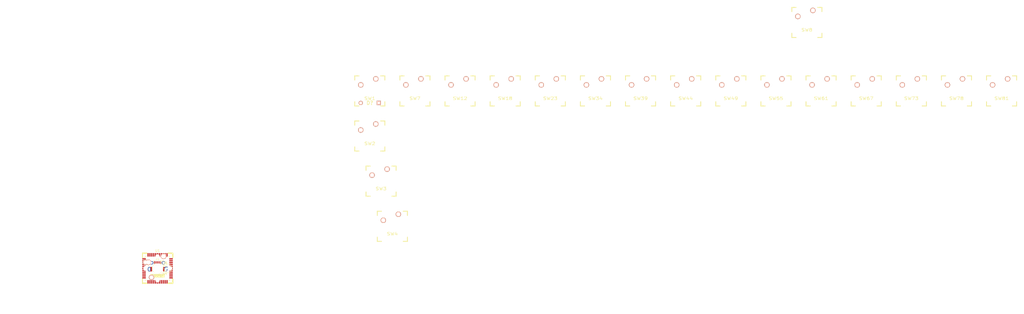
<source format=kicad_pcb>
(kicad_pcb (version 4) (host pcbnew 4.0.7)
  (layers (0 F.Cu signal) (31 B.Cu signal) (34 B.Paste user) (35 F.Paste user) (36 B.SilkS user) (37 F.SilkS user) (38 B.Mask user) (39 F.Mask user) (44 Edge.Cuts user))
  (net 0 "")
  (net 1 GND)
  (net 2 "Net-(C1-Pad2)")
  (net 3 "Net-(C2-Pad2)")
  (net 4 "Net-(C3-Pad1)")
  (net 5 "Net-(C4-Pad1)")
  (net 6 VCC)
  (net 7 "Net-(D1-Pad2)")
  (net 8 /Controller/ROW0)
  (net 9 "Net-(D2-Pad2)")
  (net 10 /Controller/ROW1)
  (net 11 "Net-(D3-Pad2)")
  (net 12 /Controller/ROW2)
  (net 13 "Net-(D4-Pad2)")
  (net 14 /Controller/ROW3)
  (net 15 "Net-(D5-Pad2)")
  (net 16 /Controller/ROW4)
  (net 17 "Net-(D6-Pad2)")
  (net 18 /Controller/ROW5)
  (net 19 "Net-(D7-Pad2)")
  (net 20 "Net-(D8-Pad2)")
  (net 21 "Net-(D9-Pad2)")
  (net 22 "Net-(D10-Pad2)")
  (net 23 "Net-(D11-Pad2)")
  (net 24 "Net-(D12-Pad2)")
  (net 25 "Net-(D13-Pad2)")
  (net 26 "Net-(D14-Pad2)")
  (net 27 "Net-(D15-Pad2)")
  (net 28 "Net-(D16-Pad2)")
  (net 29 "Net-(D17-Pad2)")
  (net 30 "Net-(D18-Pad2)")
  (net 31 "Net-(D19-Pad2)")
  (net 32 "Net-(D20-Pad2)")
  (net 33 "Net-(D21-Pad2)")
  (net 34 "Net-(D22-Pad2)")
  (net 35 "Net-(D23-Pad2)")
  (net 36 "Net-(D24-Pad2)")
  (net 37 "Net-(D25-Pad2)")
  (net 38 "Net-(D26-Pad2)")
  (net 39 "Net-(D27-Pad2)")
  (net 40 "Net-(D28-Pad2)")
  (net 41 "Net-(D29-Pad2)")
  (net 42 "Net-(D30-Pad2)")
  (net 43 "Net-(D31-Pad2)")
  (net 44 "Net-(D32-Pad2)")
  (net 45 "Net-(D33-Pad2)")
  (net 46 "Net-(D34-Pad2)")
  (net 47 "Net-(D35-Pad2)")
  (net 48 "Net-(D36-Pad2)")
  (net 49 "Net-(D37-Pad2)")
  (net 50 "Net-(D38-Pad2)")
  (net 51 "Net-(D39-Pad2)")
  (net 52 "Net-(D40-Pad2)")
  (net 53 "Net-(D41-Pad2)")
  (net 54 "Net-(D42-Pad2)")
  (net 55 "Net-(D43-Pad2)")
  (net 56 "Net-(D44-Pad2)")
  (net 57 "Net-(D45-Pad2)")
  (net 58 "Net-(D46-Pad2)")
  (net 59 "Net-(D47-Pad2)")
  (net 60 "Net-(D48-Pad2)")
  (net 61 "Net-(D49-Pad2)")
  (net 62 "Net-(D50-Pad2)")
  (net 63 "Net-(D51-Pad2)")
  (net 64 "Net-(D52-Pad2)")
  (net 65 "Net-(D53-Pad2)")
  (net 66 "Net-(D54-Pad2)")
  (net 67 "Net-(D55-Pad2)")
  (net 68 "Net-(D56-Pad2)")
  (net 69 "Net-(D57-Pad2)")
  (net 70 "Net-(D58-Pad2)")
  (net 71 "Net-(D59-Pad2)")
  (net 72 "Net-(D60-Pad2)")
  (net 73 "Net-(D61-Pad2)")
  (net 74 "Net-(D62-Pad2)")
  (net 75 "Net-(D63-Pad2)")
  (net 76 "Net-(D64-Pad2)")
  (net 77 "Net-(D65-Pad2)")
  (net 78 "Net-(D66-Pad2)")
  (net 79 "Net-(D67-Pad2)")
  (net 80 "Net-(D68-Pad2)")
  (net 81 "Net-(D69-Pad2)")
  (net 82 "Net-(D70-Pad2)")
  (net 83 "Net-(D71-Pad2)")
  (net 84 "Net-(D72-Pad2)")
  (net 85 "Net-(D73-Pad2)")
  (net 86 "Net-(D74-Pad2)")
  (net 87 "Net-(D75-Pad2)")
  (net 88 "Net-(D76-Pad2)")
  (net 89 "Net-(D77-Pad2)")
  (net 90 "Net-(D78-Pad2)")
  (net 91 "Net-(D79-Pad2)")
  (net 92 "Net-(D80-Pad2)")
  (net 93 "Net-(D81-Pad2)")
  (net 94 "Net-(D82-Pad2)")
  (net 95 "Net-(D83-Pad2)")
  (net 96 "Net-(D84-Pad2)")
  (net 97 "Net-(D85-Pad2)")
  (net 98 "Net-(D86-Pad2)")
  (net 99 "Net-(J1-Pad2)")
  (net 100 UVCC)
  (net 101 "Net-(J1-Pad4)")
  (net 102 "Net-(J1-Pad3)")
  (net 103 /Controller/D+)
  (net 104 /Controller/D-)
  (net 105 "Net-(R3-Pad1)")
  (net 106 /Controller/COL0)
  (net 107 /Controller/COL1)
  (net 108 /Controller/COL2)
  (net 109 /Controller/COL3)
  (net 110 /Controller/COL4)
  (net 111 /Controller/COL5)
  (net 112 /Controller/COL6)
  (net 113 /Controller/COL7)
  (net 114 /Controller/COL8)
  (net 115 /Controller/COL9)
  (net 116 /Controller/COL10)
  (net 117 /Controller/COL11)
  (net 118 /Controller/COL12)
  (net 119 /Controller/COL13)
  (net 120 /Controller/COL14)
  (net 121 /Controller/COL15)
  (net 122 /Controller/NCS)
  (net 123 /Controller/SCK)
  (net 124 /Controller/MOSI)
  (net 125 /Controller/MISO)
  (module Capacitors_SMD:C_0603_HandSoldering (layer F.Cu) (at -89.5989 74.9036)
    (fp_text reference C1 (at 0 -1.25) (layer F.SilkS))
    (fp_text value 100nF)
    (pad 1 smd rect (at -0.95 0) (size 1.2 0.75) (layers F.Cu F.Paste F.Mask) (net 1 GND))
    (pad 2 smd rect (at 0.95 0) (size 1.2 0.75) (layers F.Cu F.Paste F.Mask) (net 2 "Net-(C1-Pad2)"))
  )
  (module Capacitors_SMD:C_0603_HandSoldering (layer F.Cu) (at -89.5989 74.9036)
    (fp_text reference C2 (at 0 -1.25) (layer F.SilkS))
    (fp_text value 1uF)
    (pad 1 smd rect (at -0.95 0) (size 1.2 0.75) (layers F.Cu F.Paste F.Mask) (net 1 GND))
    (pad 2 smd rect (at 0.95 0) (size 1.2 0.75) (layers F.Cu F.Paste F.Mask) (net 3 "Net-(C2-Pad2)"))
  )
  (module Capacitors_SMD:C_0603_HandSoldering (layer F.Cu) (at -89.5989 74.9036)
    (fp_text reference C3 (at 0 -1.25) (layer F.SilkS))
    (fp_text value 22pF)
    (pad 1 smd rect (at -0.95 0) (size 1.2 0.75) (layers F.Cu F.Paste F.Mask) (net 4 "Net-(C3-Pad1)"))
    (pad 2 smd rect (at 0.95 0) (size 1.2 0.75) (layers F.Cu F.Paste F.Mask) (net 1 GND))
  )
  (module Capacitors_SMD:C_0603_HandSoldering (layer F.Cu) (at -89.5989 74.9036)
    (fp_text reference C4 (at 0 -1.25) (layer F.SilkS))
    (fp_text value 22pF)
    (pad 1 smd rect (at -0.95 0) (size 1.2 0.75) (layers F.Cu F.Paste F.Mask) (net 5 "Net-(C4-Pad1)"))
    (pad 2 smd rect (at 0.95 0) (size 1.2 0.75) (layers F.Cu F.Paste F.Mask) (net 1 GND))
  )
  (module Capacitors_SMD:C_0603_HandSoldering (layer F.Cu) (at -89.5989 74.9036)
    (fp_text reference C5 (at 0 -1.25) (layer F.SilkS))
    (fp_text value 100nF)
    (pad 1 smd rect (at -0.95 0) (size 1.2 0.75) (layers F.Cu F.Paste F.Mask) (net 1 GND))
    (pad 2 smd rect (at 0.95 0) (size 1.2 0.75) (layers F.Cu F.Paste F.Mask) (net 6 VCC))
  )
  (module Capacitors_SMD:C_0603_HandSoldering (layer F.Cu) (at -89.5989 74.9036)
    (fp_text reference C6 (at 0 -1.25) (layer F.SilkS))
    (fp_text value 100nF)
    (pad 1 smd rect (at -0.95 0) (size 1.2 0.75) (layers F.Cu F.Paste F.Mask) (net 1 GND))
    (pad 2 smd rect (at 0.95 0) (size 1.2 0.75) (layers F.Cu F.Paste F.Mask) (net 6 VCC))
  )
  (module Capacitors_SMD:C_0603_HandSoldering (layer F.Cu) (at -89.5989 74.9036)
    (fp_text reference C7 (at 0 -1.25) (layer F.SilkS))
    (fp_text value 10uF)
    (pad 1 smd rect (at -0.95 0) (size 1.2 0.75) (layers F.Cu F.Paste F.Mask) (net 1 GND))
    (pad 2 smd rect (at 0.95 0) (size 1.2 0.75) (layers F.Cu F.Paste F.Mask) (net 6 VCC))
  )
  (module Capacitors_SMD:C_0603_HandSoldering (layer F.Cu) (at -89.5989 74.9036)
    (fp_text reference C8 (at 0 -1.25) (layer F.SilkS))
    (fp_text value 10uF)
    (pad 1 smd rect (at -0.95 0) (size 1.2 0.75) (layers F.Cu F.Paste F.Mask) (net 1 GND))
    (pad 2 smd rect (at 0.95 0) (size 1.2 0.75) (layers F.Cu F.Paste F.Mask) (net 6 VCC))
  )
  (module Diodes_SMD:D_SOD-523 (layer F.Cu) (at -89.5989 74.9036)
    (fp_text reference D1 (at 0 -1.3) (layer F.SilkS))
    (fp_text value D00)
    (pad 2 smd rect (at 0.7 0 180) (size 0.6 0.7) (layers F.Cu F.Paste F.Mask) (net 7 "Net-(D1-Pad2)"))
    (pad 1 smd rect (at -0.7 0 180) (size 0.6 0.7) (layers F.Cu F.Paste F.Mask) (net 8 /Controller/ROW0))
  )
  (module Diodes_SMD:D_SOD-523 (layer F.Cu) (at -89.5989 74.9036)
    (fp_text reference D2 (at 0 -1.3) (layer F.SilkS))
    (fp_text value D10)
    (pad 2 smd rect (at 0.7 0 180) (size 0.6 0.7) (layers F.Cu F.Paste F.Mask) (net 9 "Net-(D2-Pad2)"))
    (pad 1 smd rect (at -0.7 0 180) (size 0.6 0.7) (layers F.Cu F.Paste F.Mask) (net 10 /Controller/ROW1))
  )
  (module Diodes_SMD:D_SOD-523 (layer F.Cu) (at -89.5989 74.9036)
    (fp_text reference D3 (at 0 -1.3) (layer F.SilkS))
    (fp_text value D20)
    (pad 2 smd rect (at 0.7 0 180) (size 0.6 0.7) (layers F.Cu F.Paste F.Mask) (net 11 "Net-(D3-Pad2)"))
    (pad 1 smd rect (at -0.7 0 180) (size 0.6 0.7) (layers F.Cu F.Paste F.Mask) (net 12 /Controller/ROW2))
  )
  (module Diodes_SMD:D_SOD-523 (layer F.Cu) (at -89.5989 74.9036)
    (fp_text reference D4 (at 0 -1.3) (layer F.SilkS))
    (fp_text value D30)
    (pad 2 smd rect (at 0.7 0 180) (size 0.6 0.7) (layers F.Cu F.Paste F.Mask) (net 13 "Net-(D4-Pad2)"))
    (pad 1 smd rect (at -0.7 0 180) (size 0.6 0.7) (layers F.Cu F.Paste F.Mask) (net 14 /Controller/ROW3))
  )
  (module Diodes_SMD:D_SOD-523 (layer F.Cu) (at -89.5989 74.9036)
    (fp_text reference D5 (at 0 -1.3) (layer F.SilkS))
    (fp_text value D40)
    (pad 2 smd rect (at 0.7 0 180) (size 0.6 0.7) (layers F.Cu F.Paste F.Mask) (net 15 "Net-(D5-Pad2)"))
    (pad 1 smd rect (at -0.7 0 180) (size 0.6 0.7) (layers F.Cu F.Paste F.Mask) (net 16 /Controller/ROW4))
  )
  (module Diodes_SMD:D_SOD-523 (layer F.Cu) (at -89.5989 74.9036)
    (fp_text reference D6 (at 0 -1.3) (layer F.SilkS))
    (fp_text value D50)
    (pad 2 smd rect (at 0.7 0 180) (size 0.6 0.7) (layers F.Cu F.Paste F.Mask) (net 17 "Net-(D6-Pad2)"))
    (pad 1 smd rect (at -0.7 0 180) (size 0.6 0.7) (layers F.Cu F.Paste F.Mask) (net 18 /Controller/ROW5))
  )
  (module Diodes_SMD:D_SOD-523 (layer F.Cu) (at -89.5989 74.9036)
    (fp_text reference D7 (at 0 -1.3) (layer F.SilkS))
    (fp_text value D01)
    (pad 2 smd rect (at 0.7 0 180) (size 0.6 0.7) (layers F.Cu F.Paste F.Mask) (net 19 "Net-(D7-Pad2)"))
    (pad 1 smd rect (at -0.7 0 180) (size 0.6 0.7) (layers F.Cu F.Paste F.Mask) (net 8 /Controller/ROW0))
  )
  (module Diodes_SMD:D_SOD-523 (layer F.Cu) (at -89.5989 74.9036)
    (fp_text reference D8 (at 0 -1.3) (layer F.SilkS))
    (fp_text value D11)
    (pad 2 smd rect (at 0.7 0 180) (size 0.6 0.7) (layers F.Cu F.Paste F.Mask) (net 20 "Net-(D8-Pad2)"))
    (pad 1 smd rect (at -0.7 0 180) (size 0.6 0.7) (layers F.Cu F.Paste F.Mask) (net 10 /Controller/ROW1))
  )
  (module Diodes_SMD:D_SOD-523 (layer F.Cu) (at -89.5989 74.9036)
    (fp_text reference D9 (at 0 -1.3) (layer F.SilkS))
    (fp_text value D21)
    (pad 2 smd rect (at 0.7 0 180) (size 0.6 0.7) (layers F.Cu F.Paste F.Mask) (net 21 "Net-(D9-Pad2)"))
    (pad 1 smd rect (at -0.7 0 180) (size 0.6 0.7) (layers F.Cu F.Paste F.Mask) (net 12 /Controller/ROW2))
  )
  (module Diodes_SMD:D_SOD-523 (layer F.Cu) (at -89.5989 74.9036)
    (fp_text reference D10 (at 0 -1.3) (layer F.SilkS))
    (fp_text value D41)
    (pad 2 smd rect (at 0.7 0 180) (size 0.6 0.7) (layers F.Cu F.Paste F.Mask) (net 22 "Net-(D10-Pad2)"))
    (pad 1 smd rect (at -0.7 0 180) (size 0.6 0.7) (layers F.Cu F.Paste F.Mask) (net 16 /Controller/ROW4))
  )
  (module Diodes_SMD:D_SOD-523 (layer F.Cu) (at -89.5989 74.9036)
    (fp_text reference D11 (at 0 -1.3) (layer F.SilkS))
    (fp_text value D51)
    (pad 2 smd rect (at 0.7 0 180) (size 0.6 0.7) (layers F.Cu F.Paste F.Mask) (net 23 "Net-(D11-Pad2)"))
    (pad 1 smd rect (at -0.7 0 180) (size 0.6 0.7) (layers F.Cu F.Paste F.Mask) (net 18 /Controller/ROW5))
  )
  (module Diodes_SMD:D_SOD-523 (layer F.Cu) (at -89.5989 74.9036)
    (fp_text reference D12 (at 0 -1.3) (layer F.SilkS))
    (fp_text value D02)
    (pad 2 smd rect (at 0.7 0 180) (size 0.6 0.7) (layers F.Cu F.Paste F.Mask) (net 24 "Net-(D12-Pad2)"))
    (pad 1 smd rect (at -0.7 0 180) (size 0.6 0.7) (layers F.Cu F.Paste F.Mask) (net 8 /Controller/ROW0))
  )
  (module Diodes_SMD:D_SOD-523 (layer F.Cu) (at -89.5989 74.9036)
    (fp_text reference D13 (at 0 -1.3) (layer F.SilkS))
    (fp_text value D12)
    (pad 2 smd rect (at 0.7 0 180) (size 0.6 0.7) (layers F.Cu F.Paste F.Mask) (net 25 "Net-(D13-Pad2)"))
    (pad 1 smd rect (at -0.7 0 180) (size 0.6 0.7) (layers F.Cu F.Paste F.Mask) (net 10 /Controller/ROW1))
  )
  (module Diodes_SMD:D_SOD-523 (layer F.Cu) (at -89.5989 74.9036)
    (fp_text reference D14 (at 0 -1.3) (layer F.SilkS))
    (fp_text value D22)
    (pad 2 smd rect (at 0.7 0 180) (size 0.6 0.7) (layers F.Cu F.Paste F.Mask) (net 26 "Net-(D14-Pad2)"))
    (pad 1 smd rect (at -0.7 0 180) (size 0.6 0.7) (layers F.Cu F.Paste F.Mask) (net 12 /Controller/ROW2))
  )
  (module Diodes_SMD:D_SOD-523 (layer F.Cu) (at -89.5989 74.9036)
    (fp_text reference D15 (at 0 -1.3) (layer F.SilkS))
    (fp_text value D32)
    (pad 2 smd rect (at 0.7 0 180) (size 0.6 0.7) (layers F.Cu F.Paste F.Mask) (net 27 "Net-(D15-Pad2)"))
    (pad 1 smd rect (at -0.7 0 180) (size 0.6 0.7) (layers F.Cu F.Paste F.Mask) (net 14 /Controller/ROW3))
  )
  (module Diodes_SMD:D_SOD-523 (layer F.Cu) (at -89.5989 74.9036)
    (fp_text reference D16 (at 0 -1.3) (layer F.SilkS))
    (fp_text value D42)
    (pad 2 smd rect (at 0.7 0 180) (size 0.6 0.7) (layers F.Cu F.Paste F.Mask) (net 28 "Net-(D16-Pad2)"))
    (pad 1 smd rect (at -0.7 0 180) (size 0.6 0.7) (layers F.Cu F.Paste F.Mask) (net 16 /Controller/ROW4))
  )
  (module Diodes_SMD:D_SOD-523 (layer F.Cu) (at -89.5989 74.9036)
    (fp_text reference D17 (at 0 -1.3) (layer F.SilkS))
    (fp_text value D52)
    (pad 2 smd rect (at 0.7 0 180) (size 0.6 0.7) (layers F.Cu F.Paste F.Mask) (net 29 "Net-(D17-Pad2)"))
    (pad 1 smd rect (at -0.7 0 180) (size 0.6 0.7) (layers F.Cu F.Paste F.Mask) (net 18 /Controller/ROW5))
  )
  (module Diodes_SMD:D_SOD-523 (layer F.Cu) (at -89.5989 74.9036)
    (fp_text reference D18 (at 0 -1.3) (layer F.SilkS))
    (fp_text value D03)
    (pad 2 smd rect (at 0.7 0 180) (size 0.6 0.7) (layers F.Cu F.Paste F.Mask) (net 30 "Net-(D18-Pad2)"))
    (pad 1 smd rect (at -0.7 0 180) (size 0.6 0.7) (layers F.Cu F.Paste F.Mask) (net 8 /Controller/ROW0))
  )
  (module Diodes_SMD:D_SOD-523 (layer F.Cu) (at -89.5989 74.9036)
    (fp_text reference D19 (at 0 -1.3) (layer F.SilkS))
    (fp_text value D13)
    (pad 2 smd rect (at 0.7 0 180) (size 0.6 0.7) (layers F.Cu F.Paste F.Mask) (net 31 "Net-(D19-Pad2)"))
    (pad 1 smd rect (at -0.7 0 180) (size 0.6 0.7) (layers F.Cu F.Paste F.Mask) (net 10 /Controller/ROW1))
  )
  (module Diodes_SMD:D_SOD-523 (layer F.Cu) (at -89.5989 74.9036)
    (fp_text reference D20 (at 0 -1.3) (layer F.SilkS))
    (fp_text value D23)
    (pad 2 smd rect (at 0.7 0 180) (size 0.6 0.7) (layers F.Cu F.Paste F.Mask) (net 32 "Net-(D20-Pad2)"))
    (pad 1 smd rect (at -0.7 0 180) (size 0.6 0.7) (layers F.Cu F.Paste F.Mask) (net 12 /Controller/ROW2))
  )
  (module Diodes_SMD:D_SOD-523 (layer F.Cu) (at -89.5989 74.9036)
    (fp_text reference D21 (at 0 -1.3) (layer F.SilkS))
    (fp_text value D33)
    (pad 2 smd rect (at 0.7 0 180) (size 0.6 0.7) (layers F.Cu F.Paste F.Mask) (net 33 "Net-(D21-Pad2)"))
    (pad 1 smd rect (at -0.7 0 180) (size 0.6 0.7) (layers F.Cu F.Paste F.Mask) (net 14 /Controller/ROW3))
  )
  (module Diodes_SMD:D_SOD-523 (layer F.Cu) (at -89.5989 74.9036)
    (fp_text reference D22 (at 0 -1.3) (layer F.SilkS))
    (fp_text value D43)
    (pad 2 smd rect (at 0.7 0 180) (size 0.6 0.7) (layers F.Cu F.Paste F.Mask) (net 34 "Net-(D22-Pad2)"))
    (pad 1 smd rect (at -0.7 0 180) (size 0.6 0.7) (layers F.Cu F.Paste F.Mask) (net 16 /Controller/ROW4))
  )
  (module Diodes_SMD:D_SOD-523 (layer F.Cu) (at -89.5989 74.9036)
    (fp_text reference D23 (at 0 -1.3) (layer F.SilkS))
    (fp_text value D04)
    (pad 2 smd rect (at 0.7 0 180) (size 0.6 0.7) (layers F.Cu F.Paste F.Mask) (net 35 "Net-(D23-Pad2)"))
    (pad 1 smd rect (at -0.7 0 180) (size 0.6 0.7) (layers F.Cu F.Paste F.Mask) (net 8 /Controller/ROW0))
  )
  (module Diodes_SMD:D_SOD-523 (layer F.Cu) (at -89.5989 74.9036)
    (fp_text reference D24 (at 0 -1.3) (layer F.SilkS))
    (fp_text value D14)
    (pad 2 smd rect (at 0.7 0 180) (size 0.6 0.7) (layers F.Cu F.Paste F.Mask) (net 36 "Net-(D24-Pad2)"))
    (pad 1 smd rect (at -0.7 0 180) (size 0.6 0.7) (layers F.Cu F.Paste F.Mask) (net 10 /Controller/ROW1))
  )
  (module Diodes_SMD:D_SOD-523 (layer F.Cu) (at -89.5989 74.9036)
    (fp_text reference D25 (at 0 -1.3) (layer F.SilkS))
    (fp_text value D24)
    (pad 2 smd rect (at 0.7 0 180) (size 0.6 0.7) (layers F.Cu F.Paste F.Mask) (net 37 "Net-(D25-Pad2)"))
    (pad 1 smd rect (at -0.7 0 180) (size 0.6 0.7) (layers F.Cu F.Paste F.Mask) (net 12 /Controller/ROW2))
  )
  (module Diodes_SMD:D_SOD-523 (layer F.Cu) (at -89.5989 74.9036)
    (fp_text reference D26 (at 0 -1.3) (layer F.SilkS))
    (fp_text value D34)
    (pad 2 smd rect (at 0.7 0 180) (size 0.6 0.7) (layers F.Cu F.Paste F.Mask) (net 38 "Net-(D26-Pad2)"))
    (pad 1 smd rect (at -0.7 0 180) (size 0.6 0.7) (layers F.Cu F.Paste F.Mask) (net 14 /Controller/ROW3))
  )
  (module Diodes_SMD:D_SOD-523 (layer F.Cu) (at -89.5989 74.9036)
    (fp_text reference D27 (at 0 -1.3) (layer F.SilkS))
    (fp_text value D44)
    (pad 2 smd rect (at 0.7 0 180) (size 0.6 0.7) (layers F.Cu F.Paste F.Mask) (net 39 "Net-(D27-Pad2)"))
    (pad 1 smd rect (at -0.7 0 180) (size 0.6 0.7) (layers F.Cu F.Paste F.Mask) (net 16 /Controller/ROW4))
  )
  (module Diodes_SMD:D_SOD-523 (layer F.Cu) (at -89.5989 74.9036)
    (fp_text reference D28 (at 0 -1.3) (layer F.SilkS))
    (fp_text value D05)
    (pad 2 smd rect (at 0.7 0 180) (size 0.6 0.7) (layers F.Cu F.Paste F.Mask) (net 40 "Net-(D28-Pad2)"))
    (pad 1 smd rect (at -0.7 0 180) (size 0.6 0.7) (layers F.Cu F.Paste F.Mask) (net 8 /Controller/ROW0))
  )
  (module Diodes_SMD:D_SOD-523 (layer F.Cu) (at -89.5989 74.9036)
    (fp_text reference D29 (at 0 -1.3) (layer F.SilkS))
    (fp_text value D15)
    (pad 2 smd rect (at 0.7 0 180) (size 0.6 0.7) (layers F.Cu F.Paste F.Mask) (net 41 "Net-(D29-Pad2)"))
    (pad 1 smd rect (at -0.7 0 180) (size 0.6 0.7) (layers F.Cu F.Paste F.Mask) (net 10 /Controller/ROW1))
  )
  (module Diodes_SMD:D_SOD-523 (layer F.Cu) (at -89.5989 74.9036)
    (fp_text reference D30 (at 0 -1.3) (layer F.SilkS))
    (fp_text value D25)
    (pad 2 smd rect (at 0.7 0 180) (size 0.6 0.7) (layers F.Cu F.Paste F.Mask) (net 42 "Net-(D30-Pad2)"))
    (pad 1 smd rect (at -0.7 0 180) (size 0.6 0.7) (layers F.Cu F.Paste F.Mask) (net 12 /Controller/ROW2))
  )
  (module Diodes_SMD:D_SOD-523 (layer F.Cu) (at -89.5989 74.9036)
    (fp_text reference D31 (at 0 -1.3) (layer F.SilkS))
    (fp_text value D35)
    (pad 2 smd rect (at 0.7 0 180) (size 0.6 0.7) (layers F.Cu F.Paste F.Mask) (net 43 "Net-(D31-Pad2)"))
    (pad 1 smd rect (at -0.7 0 180) (size 0.6 0.7) (layers F.Cu F.Paste F.Mask) (net 14 /Controller/ROW3))
  )
  (module Diodes_SMD:D_SOD-523 (layer F.Cu) (at -89.5989 74.9036)
    (fp_text reference D32 (at 0 -1.3) (layer F.SilkS))
    (fp_text value D45)
    (pad 2 smd rect (at 0.7 0 180) (size 0.6 0.7) (layers F.Cu F.Paste F.Mask) (net 44 "Net-(D32-Pad2)"))
    (pad 1 smd rect (at -0.7 0 180) (size 0.6 0.7) (layers F.Cu F.Paste F.Mask) (net 16 /Controller/ROW4))
  )
  (module Diodes_SMD:D_SOD-523 (layer F.Cu) (at -89.5989 74.9036)
    (fp_text reference D33 (at 0 -1.3) (layer F.SilkS))
    (fp_text value D55)
    (pad 2 smd rect (at 0.7 0 180) (size 0.6 0.7) (layers F.Cu F.Paste F.Mask) (net 45 "Net-(D33-Pad2)"))
    (pad 1 smd rect (at -0.7 0 180) (size 0.6 0.7) (layers F.Cu F.Paste F.Mask) (net 18 /Controller/ROW5))
  )
  (module Diodes_SMD:D_SOD-523 (layer F.Cu) (at -89.5989 74.9036)
    (fp_text reference D34 (at 0 -1.3) (layer F.SilkS))
    (fp_text value D06)
    (pad 2 smd rect (at 0.7 0 180) (size 0.6 0.7) (layers F.Cu F.Paste F.Mask) (net 46 "Net-(D34-Pad2)"))
    (pad 1 smd rect (at -0.7 0 180) (size 0.6 0.7) (layers F.Cu F.Paste F.Mask) (net 8 /Controller/ROW0))
  )
  (module Diodes_SMD:D_SOD-523 (layer F.Cu) (at -89.5989 74.9036)
    (fp_text reference D35 (at 0 -1.3) (layer F.SilkS))
    (fp_text value D16)
    (pad 2 smd rect (at 0.7 0 180) (size 0.6 0.7) (layers F.Cu F.Paste F.Mask) (net 47 "Net-(D35-Pad2)"))
    (pad 1 smd rect (at -0.7 0 180) (size 0.6 0.7) (layers F.Cu F.Paste F.Mask) (net 10 /Controller/ROW1))
  )
  (module Diodes_SMD:D_SOD-523 (layer F.Cu) (at -89.5989 74.9036)
    (fp_text reference D36 (at 0 -1.3) (layer F.SilkS))
    (fp_text value D26)
    (pad 2 smd rect (at 0.7 0 180) (size 0.6 0.7) (layers F.Cu F.Paste F.Mask) (net 48 "Net-(D36-Pad2)"))
    (pad 1 smd rect (at -0.7 0 180) (size 0.6 0.7) (layers F.Cu F.Paste F.Mask) (net 12 /Controller/ROW2))
  )
  (module Diodes_SMD:D_SOD-523 (layer F.Cu) (at -89.5989 74.9036)
    (fp_text reference D37 (at 0 -1.3) (layer F.SilkS))
    (fp_text value D36)
    (pad 2 smd rect (at 0.7 0 180) (size 0.6 0.7) (layers F.Cu F.Paste F.Mask) (net 49 "Net-(D37-Pad2)"))
    (pad 1 smd rect (at -0.7 0 180) (size 0.6 0.7) (layers F.Cu F.Paste F.Mask) (net 14 /Controller/ROW3))
  )
  (module Diodes_SMD:D_SOD-523 (layer F.Cu) (at -89.5989 74.9036)
    (fp_text reference D38 (at 0 -1.3) (layer F.SilkS))
    (fp_text value D46)
    (pad 2 smd rect (at 0.7 0 180) (size 0.6 0.7) (layers F.Cu F.Paste F.Mask) (net 50 "Net-(D38-Pad2)"))
    (pad 1 smd rect (at -0.7 0 180) (size 0.6 0.7) (layers F.Cu F.Paste F.Mask) (net 16 /Controller/ROW4))
  )
  (module Diodes_SMD:D_SOD-523 (layer F.Cu) (at -89.5989 74.9036)
    (fp_text reference D39 (at 0 -1.3) (layer F.SilkS))
    (fp_text value D07)
    (pad 2 smd rect (at 0.7 0 180) (size 0.6 0.7) (layers F.Cu F.Paste F.Mask) (net 51 "Net-(D39-Pad2)"))
    (pad 1 smd rect (at -0.7 0 180) (size 0.6 0.7) (layers F.Cu F.Paste F.Mask) (net 8 /Controller/ROW0))
  )
  (module Diodes_SMD:D_SOD-523 (layer F.Cu) (at -89.5989 74.9036)
    (fp_text reference D40 (at 0 -1.3) (layer F.SilkS))
    (fp_text value D17)
    (pad 2 smd rect (at 0.7 0 180) (size 0.6 0.7) (layers F.Cu F.Paste F.Mask) (net 52 "Net-(D40-Pad2)"))
    (pad 1 smd rect (at -0.7 0 180) (size 0.6 0.7) (layers F.Cu F.Paste F.Mask) (net 10 /Controller/ROW1))
  )
  (module Diodes_SMD:D_SOD-523 (layer F.Cu) (at -89.5989 74.9036)
    (fp_text reference D41 (at 0 -1.3) (layer F.SilkS))
    (fp_text value D27)
    (pad 2 smd rect (at 0.7 0 180) (size 0.6 0.7) (layers F.Cu F.Paste F.Mask) (net 53 "Net-(D41-Pad2)"))
    (pad 1 smd rect (at -0.7 0 180) (size 0.6 0.7) (layers F.Cu F.Paste F.Mask) (net 12 /Controller/ROW2))
  )
  (module Diodes_SMD:D_SOD-523 (layer F.Cu) (at -89.5989 74.9036)
    (fp_text reference D42 (at 0 -1.3) (layer F.SilkS))
    (fp_text value D37)
    (pad 2 smd rect (at 0.7 0 180) (size 0.6 0.7) (layers F.Cu F.Paste F.Mask) (net 54 "Net-(D42-Pad2)"))
    (pad 1 smd rect (at -0.7 0 180) (size 0.6 0.7) (layers F.Cu F.Paste F.Mask) (net 14 /Controller/ROW3))
  )
  (module Diodes_SMD:D_SOD-523 (layer F.Cu) (at -89.5989 74.9036)
    (fp_text reference D43 (at 0 -1.3) (layer F.SilkS))
    (fp_text value D47)
    (pad 2 smd rect (at 0.7 0 180) (size 0.6 0.7) (layers F.Cu F.Paste F.Mask) (net 55 "Net-(D43-Pad2)"))
    (pad 1 smd rect (at -0.7 0 180) (size 0.6 0.7) (layers F.Cu F.Paste F.Mask) (net 16 /Controller/ROW4))
  )
  (module Diodes_SMD:D_SOD-523 (layer F.Cu) (at -89.5989 74.9036)
    (fp_text reference D44 (at 0 -1.3) (layer F.SilkS))
    (fp_text value D08)
    (pad 2 smd rect (at 0.7 0 180) (size 0.6 0.7) (layers F.Cu F.Paste F.Mask) (net 56 "Net-(D44-Pad2)"))
    (pad 1 smd rect (at -0.7 0 180) (size 0.6 0.7) (layers F.Cu F.Paste F.Mask) (net 8 /Controller/ROW0))
  )
  (module Diodes_SMD:D_SOD-523 (layer F.Cu) (at -89.5989 74.9036)
    (fp_text reference D45 (at 0 -1.3) (layer F.SilkS))
    (fp_text value D18)
    (pad 2 smd rect (at 0.7 0 180) (size 0.6 0.7) (layers F.Cu F.Paste F.Mask) (net 57 "Net-(D45-Pad2)"))
    (pad 1 smd rect (at -0.7 0 180) (size 0.6 0.7) (layers F.Cu F.Paste F.Mask) (net 10 /Controller/ROW1))
  )
  (module Diodes_SMD:D_SOD-523 (layer F.Cu) (at -89.5989 74.9036)
    (fp_text reference D46 (at 0 -1.3) (layer F.SilkS))
    (fp_text value D28)
    (pad 2 smd rect (at 0.7 0 180) (size 0.6 0.7) (layers F.Cu F.Paste F.Mask) (net 58 "Net-(D46-Pad2)"))
    (pad 1 smd rect (at -0.7 0 180) (size 0.6 0.7) (layers F.Cu F.Paste F.Mask) (net 12 /Controller/ROW2))
  )
  (module Diodes_SMD:D_SOD-523 (layer F.Cu) (at -89.5989 74.9036)
    (fp_text reference D47 (at 0 -1.3) (layer F.SilkS))
    (fp_text value D38)
    (pad 2 smd rect (at 0.7 0 180) (size 0.6 0.7) (layers F.Cu F.Paste F.Mask) (net 59 "Net-(D47-Pad2)"))
    (pad 1 smd rect (at -0.7 0 180) (size 0.6 0.7) (layers F.Cu F.Paste F.Mask) (net 14 /Controller/ROW3))
  )
  (module Diodes_SMD:D_SOD-523 (layer F.Cu) (at -89.5989 74.9036)
    (fp_text reference D48 (at 0 -1.3) (layer F.SilkS))
    (fp_text value D48)
    (pad 2 smd rect (at 0.7 0 180) (size 0.6 0.7) (layers F.Cu F.Paste F.Mask) (net 60 "Net-(D48-Pad2)"))
    (pad 1 smd rect (at -0.7 0 180) (size 0.6 0.7) (layers F.Cu F.Paste F.Mask) (net 16 /Controller/ROW4))
  )
  (module Diodes_SMD:D_SOD-523 (layer F.Cu) (at -89.5989 74.9036)
    (fp_text reference D49 (at 0 -1.3) (layer F.SilkS))
    (fp_text value D09)
    (pad 2 smd rect (at 0.7 0 180) (size 0.6 0.7) (layers F.Cu F.Paste F.Mask) (net 61 "Net-(D49-Pad2)"))
    (pad 1 smd rect (at -0.7 0 180) (size 0.6 0.7) (layers F.Cu F.Paste F.Mask) (net 8 /Controller/ROW0))
  )
  (module Diodes_SMD:D_SOD-523 (layer F.Cu) (at -89.5989 74.9036)
    (fp_text reference D50 (at 0 -1.3) (layer F.SilkS))
    (fp_text value D19)
    (pad 2 smd rect (at 0.7 0 180) (size 0.6 0.7) (layers F.Cu F.Paste F.Mask) (net 62 "Net-(D50-Pad2)"))
    (pad 1 smd rect (at -0.7 0 180) (size 0.6 0.7) (layers F.Cu F.Paste F.Mask) (net 10 /Controller/ROW1))
  )
  (module Diodes_SMD:D_SOD-523 (layer F.Cu) (at -89.5989 74.9036)
    (fp_text reference D51 (at 0 -1.3) (layer F.SilkS))
    (fp_text value D29)
    (pad 2 smd rect (at 0.7 0 180) (size 0.6 0.7) (layers F.Cu F.Paste F.Mask) (net 63 "Net-(D51-Pad2)"))
    (pad 1 smd rect (at -0.7 0 180) (size 0.6 0.7) (layers F.Cu F.Paste F.Mask) (net 12 /Controller/ROW2))
  )
  (module Diodes_SMD:D_SOD-523 (layer F.Cu) (at -89.5989 74.9036)
    (fp_text reference D52 (at 0 -1.3) (layer F.SilkS))
    (fp_text value D39)
    (pad 2 smd rect (at 0.7 0 180) (size 0.6 0.7) (layers F.Cu F.Paste F.Mask) (net 64 "Net-(D52-Pad2)"))
    (pad 1 smd rect (at -0.7 0 180) (size 0.6 0.7) (layers F.Cu F.Paste F.Mask) (net 14 /Controller/ROW3))
  )
  (module Diodes_SMD:D_SOD-523 (layer F.Cu) (at -89.5989 74.9036)
    (fp_text reference D53 (at 0 -1.3) (layer F.SilkS))
    (fp_text value D49)
    (pad 2 smd rect (at 0.7 0 180) (size 0.6 0.7) (layers F.Cu F.Paste F.Mask) (net 65 "Net-(D53-Pad2)"))
    (pad 1 smd rect (at -0.7 0 180) (size 0.6 0.7) (layers F.Cu F.Paste F.Mask) (net 16 /Controller/ROW4))
  )
  (module Diodes_SMD:D_SOD-523 (layer F.Cu) (at -89.5989 74.9036)
    (fp_text reference D54 (at 0 -1.3) (layer F.SilkS))
    (fp_text value D59)
    (pad 2 smd rect (at 0.7 0 180) (size 0.6 0.7) (layers F.Cu F.Paste F.Mask) (net 66 "Net-(D54-Pad2)"))
    (pad 1 smd rect (at -0.7 0 180) (size 0.6 0.7) (layers F.Cu F.Paste F.Mask) (net 18 /Controller/ROW5))
  )
  (module Diodes_SMD:D_SOD-523 (layer F.Cu) (at -89.5989 74.9036)
    (fp_text reference D55 (at 0 -1.3) (layer F.SilkS))
    (fp_text value D0A)
    (pad 2 smd rect (at 0.7 0 180) (size 0.6 0.7) (layers F.Cu F.Paste F.Mask) (net 67 "Net-(D55-Pad2)"))
    (pad 1 smd rect (at -0.7 0 180) (size 0.6 0.7) (layers F.Cu F.Paste F.Mask) (net 8 /Controller/ROW0))
  )
  (module Diodes_SMD:D_SOD-523 (layer F.Cu) (at -89.5989 74.9036)
    (fp_text reference D56 (at 0 -1.3) (layer F.SilkS))
    (fp_text value D1A)
    (pad 2 smd rect (at 0.7 0 180) (size 0.6 0.7) (layers F.Cu F.Paste F.Mask) (net 68 "Net-(D56-Pad2)"))
    (pad 1 smd rect (at -0.7 0 180) (size 0.6 0.7) (layers F.Cu F.Paste F.Mask) (net 10 /Controller/ROW1))
  )
  (module Diodes_SMD:D_SOD-523 (layer F.Cu) (at -89.5989 74.9036)
    (fp_text reference D57 (at 0 -1.3) (layer F.SilkS))
    (fp_text value D2A)
    (pad 2 smd rect (at 0.7 0 180) (size 0.6 0.7) (layers F.Cu F.Paste F.Mask) (net 69 "Net-(D57-Pad2)"))
    (pad 1 smd rect (at -0.7 0 180) (size 0.6 0.7) (layers F.Cu F.Paste F.Mask) (net 12 /Controller/ROW2))
  )
  (module Diodes_SMD:D_SOD-523 (layer F.Cu) (at -89.5989 74.9036)
    (fp_text reference D58 (at 0 -1.3) (layer F.SilkS))
    (fp_text value D3A)
    (pad 2 smd rect (at 0.7 0 180) (size 0.6 0.7) (layers F.Cu F.Paste F.Mask) (net 70 "Net-(D58-Pad2)"))
    (pad 1 smd rect (at -0.7 0 180) (size 0.6 0.7) (layers F.Cu F.Paste F.Mask) (net 14 /Controller/ROW3))
  )
  (module Diodes_SMD:D_SOD-523 (layer F.Cu) (at -89.5989 74.9036)
    (fp_text reference D59 (at 0 -1.3) (layer F.SilkS))
    (fp_text value D4A)
    (pad 2 smd rect (at 0.7 0 180) (size 0.6 0.7) (layers F.Cu F.Paste F.Mask) (net 71 "Net-(D59-Pad2)"))
    (pad 1 smd rect (at -0.7 0 180) (size 0.6 0.7) (layers F.Cu F.Paste F.Mask) (net 16 /Controller/ROW4))
  )
  (module Diodes_SMD:D_SOD-523 (layer F.Cu) (at -89.5989 74.9036)
    (fp_text reference D60 (at 0 -1.3) (layer F.SilkS))
    (fp_text value D5A)
    (pad 2 smd rect (at 0.7 0 180) (size 0.6 0.7) (layers F.Cu F.Paste F.Mask) (net 72 "Net-(D60-Pad2)"))
    (pad 1 smd rect (at -0.7 0 180) (size 0.6 0.7) (layers F.Cu F.Paste F.Mask) (net 18 /Controller/ROW5))
  )
  (module Diodes_SMD:D_SOD-523 (layer F.Cu) (at -89.5989 74.9036)
    (fp_text reference D61 (at 0 -1.3) (layer F.SilkS))
    (fp_text value D0B)
    (pad 2 smd rect (at 0.7 0 180) (size 0.6 0.7) (layers F.Cu F.Paste F.Mask) (net 73 "Net-(D61-Pad2)"))
    (pad 1 smd rect (at -0.7 0 180) (size 0.6 0.7) (layers F.Cu F.Paste F.Mask) (net 8 /Controller/ROW0))
  )
  (module Diodes_SMD:D_SOD-523 (layer F.Cu) (at -89.5989 74.9036)
    (fp_text reference D62 (at 0 -1.3) (layer F.SilkS))
    (fp_text value D1B)
    (pad 2 smd rect (at 0.7 0 180) (size 0.6 0.7) (layers F.Cu F.Paste F.Mask) (net 74 "Net-(D62-Pad2)"))
    (pad 1 smd rect (at -0.7 0 180) (size 0.6 0.7) (layers F.Cu F.Paste F.Mask) (net 10 /Controller/ROW1))
  )
  (module Diodes_SMD:D_SOD-523 (layer F.Cu) (at -89.5989 74.9036)
    (fp_text reference D63 (at 0 -1.3) (layer F.SilkS))
    (fp_text value D2B)
    (pad 2 smd rect (at 0.7 0 180) (size 0.6 0.7) (layers F.Cu F.Paste F.Mask) (net 75 "Net-(D63-Pad2)"))
    (pad 1 smd rect (at -0.7 0 180) (size 0.6 0.7) (layers F.Cu F.Paste F.Mask) (net 12 /Controller/ROW2))
  )
  (module Diodes_SMD:D_SOD-523 (layer F.Cu) (at -89.5989 74.9036)
    (fp_text reference D64 (at 0 -1.3) (layer F.SilkS))
    (fp_text value D3B)
    (pad 2 smd rect (at 0.7 0 180) (size 0.6 0.7) (layers F.Cu F.Paste F.Mask) (net 76 "Net-(D64-Pad2)"))
    (pad 1 smd rect (at -0.7 0 180) (size 0.6 0.7) (layers F.Cu F.Paste F.Mask) (net 14 /Controller/ROW3))
  )
  (module Diodes_SMD:D_SOD-523 (layer F.Cu) (at -89.5989 74.9036)
    (fp_text reference D65 (at 0 -1.3) (layer F.SilkS))
    (fp_text value D4B)
    (pad 2 smd rect (at 0.7 0 180) (size 0.6 0.7) (layers F.Cu F.Paste F.Mask) (net 77 "Net-(D65-Pad2)"))
    (pad 1 smd rect (at -0.7 0 180) (size 0.6 0.7) (layers F.Cu F.Paste F.Mask) (net 16 /Controller/ROW4))
  )
  (module Diodes_SMD:D_SOD-523 (layer F.Cu) (at -89.5989 74.9036)
    (fp_text reference D66 (at 0 -1.3) (layer F.SilkS))
    (fp_text value D5B)
    (pad 2 smd rect (at 0.7 0 180) (size 0.6 0.7) (layers F.Cu F.Paste F.Mask) (net 78 "Net-(D66-Pad2)"))
    (pad 1 smd rect (at -0.7 0 180) (size 0.6 0.7) (layers F.Cu F.Paste F.Mask) (net 18 /Controller/ROW5))
  )
  (module Diodes_SMD:D_SOD-523 (layer F.Cu) (at -89.5989 74.9036)
    (fp_text reference D67 (at 0 -1.3) (layer F.SilkS))
    (fp_text value D0C)
    (pad 2 smd rect (at 0.7 0 180) (size 0.6 0.7) (layers F.Cu F.Paste F.Mask) (net 79 "Net-(D67-Pad2)"))
    (pad 1 smd rect (at -0.7 0 180) (size 0.6 0.7) (layers F.Cu F.Paste F.Mask) (net 8 /Controller/ROW0))
  )
  (module Diodes_SMD:D_SOD-523 (layer F.Cu) (at -89.5989 74.9036)
    (fp_text reference D68 (at 0 -1.3) (layer F.SilkS))
    (fp_text value D1C)
    (pad 2 smd rect (at 0.7 0 180) (size 0.6 0.7) (layers F.Cu F.Paste F.Mask) (net 80 "Net-(D68-Pad2)"))
    (pad 1 smd rect (at -0.7 0 180) (size 0.6 0.7) (layers F.Cu F.Paste F.Mask) (net 10 /Controller/ROW1))
  )
  (module Diodes_SMD:D_SOD-523 (layer F.Cu) (at -89.5989 74.9036)
    (fp_text reference D69 (at 0 -1.3) (layer F.SilkS))
    (fp_text value D2C)
    (pad 2 smd rect (at 0.7 0 180) (size 0.6 0.7) (layers F.Cu F.Paste F.Mask) (net 81 "Net-(D69-Pad2)"))
    (pad 1 smd rect (at -0.7 0 180) (size 0.6 0.7) (layers F.Cu F.Paste F.Mask) (net 12 /Controller/ROW2))
  )
  (module Diodes_SMD:D_SOD-523 (layer F.Cu) (at -89.5989 74.9036)
    (fp_text reference D70 (at 0 -1.3) (layer F.SilkS))
    (fp_text value D3C)
    (pad 2 smd rect (at 0.7 0 180) (size 0.6 0.7) (layers F.Cu F.Paste F.Mask) (net 82 "Net-(D70-Pad2)"))
    (pad 1 smd rect (at -0.7 0 180) (size 0.6 0.7) (layers F.Cu F.Paste F.Mask) (net 14 /Controller/ROW3))
  )
  (module Diodes_SMD:D_SOD-523 (layer F.Cu) (at -89.5989 74.9036)
    (fp_text reference D71 (at 0 -1.3) (layer F.SilkS))
    (fp_text value D4C)
    (pad 2 smd rect (at 0.7 0 180) (size 0.6 0.7) (layers F.Cu F.Paste F.Mask) (net 83 "Net-(D71-Pad2)"))
    (pad 1 smd rect (at -0.7 0 180) (size 0.6 0.7) (layers F.Cu F.Paste F.Mask) (net 16 /Controller/ROW4))
  )
  (module Diodes_SMD:D_SOD-523 (layer F.Cu) (at -89.5989 74.9036)
    (fp_text reference D72 (at 0 -1.3) (layer F.SilkS))
    (fp_text value D5C)
    (pad 2 smd rect (at 0.7 0 180) (size 0.6 0.7) (layers F.Cu F.Paste F.Mask) (net 84 "Net-(D72-Pad2)"))
    (pad 1 smd rect (at -0.7 0 180) (size 0.6 0.7) (layers F.Cu F.Paste F.Mask) (net 18 /Controller/ROW5))
  )
  (module Diodes_SMD:D_SOD-523 (layer F.Cu) (at -89.5989 74.9036)
    (fp_text reference D73 (at 0 -1.3) (layer F.SilkS))
    (fp_text value D0D)
    (pad 2 smd rect (at 0.7 0 180) (size 0.6 0.7) (layers F.Cu F.Paste F.Mask) (net 85 "Net-(D73-Pad2)"))
    (pad 1 smd rect (at -0.7 0 180) (size 0.6 0.7) (layers F.Cu F.Paste F.Mask) (net 8 /Controller/ROW0))
  )
  (module Diodes_SMD:D_SOD-523 (layer F.Cu) (at -89.5989 74.9036)
    (fp_text reference D74 (at 0 -1.3) (layer F.SilkS))
    (fp_text value D1D)
    (pad 2 smd rect (at 0.7 0 180) (size 0.6 0.7) (layers F.Cu F.Paste F.Mask) (net 86 "Net-(D74-Pad2)"))
    (pad 1 smd rect (at -0.7 0 180) (size 0.6 0.7) (layers F.Cu F.Paste F.Mask) (net 10 /Controller/ROW1))
  )
  (module Diodes_SMD:D_SOD-523 (layer F.Cu) (at -89.5989 74.9036)
    (fp_text reference D75 (at 0 -1.3) (layer F.SilkS))
    (fp_text value D2D)
    (pad 2 smd rect (at 0.7 0 180) (size 0.6 0.7) (layers F.Cu F.Paste F.Mask) (net 87 "Net-(D75-Pad2)"))
    (pad 1 smd rect (at -0.7 0 180) (size 0.6 0.7) (layers F.Cu F.Paste F.Mask) (net 12 /Controller/ROW2))
  )
  (module Diodes_SMD:D_SOD-523 (layer F.Cu) (at -89.5989 74.9036)
    (fp_text reference D76 (at 0 -1.3) (layer F.SilkS))
    (fp_text value D3D)
    (pad 2 smd rect (at 0.7 0 180) (size 0.6 0.7) (layers F.Cu F.Paste F.Mask) (net 88 "Net-(D76-Pad2)"))
    (pad 1 smd rect (at -0.7 0 180) (size 0.6 0.7) (layers F.Cu F.Paste F.Mask) (net 14 /Controller/ROW3))
  )
  (module Diodes_SMD:D_SOD-523 (layer F.Cu) (at -89.5989 74.9036)
    (fp_text reference D77 (at 0 -1.3) (layer F.SilkS))
    (fp_text value D5D)
    (pad 2 smd rect (at 0.7 0 180) (size 0.6 0.7) (layers F.Cu F.Paste F.Mask) (net 89 "Net-(D77-Pad2)"))
    (pad 1 smd rect (at -0.7 0 180) (size 0.6 0.7) (layers F.Cu F.Paste F.Mask) (net 18 /Controller/ROW5))
  )
  (module Diodes_SMD:D_SOD-523 (layer F.Cu) (at -89.5989 74.9036)
    (fp_text reference D78 (at 0 -1.3) (layer F.SilkS))
    (fp_text value D0E)
    (pad 2 smd rect (at 0.7 0 180) (size 0.6 0.7) (layers F.Cu F.Paste F.Mask) (net 90 "Net-(D78-Pad2)"))
    (pad 1 smd rect (at -0.7 0 180) (size 0.6 0.7) (layers F.Cu F.Paste F.Mask) (net 8 /Controller/ROW0))
  )
  (module Diodes_SMD:D_SOD-523 (layer F.Cu) (at -89.5989 74.9036)
    (fp_text reference D79 (at 0 -1.3) (layer F.SilkS))
    (fp_text value D4E)
    (pad 2 smd rect (at 0.7 0 180) (size 0.6 0.7) (layers F.Cu F.Paste F.Mask) (net 91 "Net-(D79-Pad2)"))
    (pad 1 smd rect (at -0.7 0 180) (size 0.6 0.7) (layers F.Cu F.Paste F.Mask) (net 16 /Controller/ROW4))
  )
  (module Diodes_SMD:D_SOD-523 (layer F.Cu) (at -89.5989 74.9036)
    (fp_text reference D80 (at 0 -1.3) (layer F.SilkS))
    (fp_text value D5E)
    (pad 2 smd rect (at 0.7 0 180) (size 0.6 0.7) (layers F.Cu F.Paste F.Mask) (net 92 "Net-(D80-Pad2)"))
    (pad 1 smd rect (at -0.7 0 180) (size 0.6 0.7) (layers F.Cu F.Paste F.Mask) (net 18 /Controller/ROW5))
  )
  (module Diodes_SMD:D_SOD-523 (layer F.Cu) (at -89.5989 74.9036)
    (fp_text reference D81 (at 0 -1.3) (layer F.SilkS))
    (fp_text value D0F)
    (pad 2 smd rect (at 0.7 0 180) (size 0.6 0.7) (layers F.Cu F.Paste F.Mask) (net 93 "Net-(D81-Pad2)"))
    (pad 1 smd rect (at -0.7 0 180) (size 0.6 0.7) (layers F.Cu F.Paste F.Mask) (net 8 /Controller/ROW0))
  )
  (module Diodes_SMD:D_SOD-523 (layer F.Cu) (at -89.5989 74.9036)
    (fp_text reference D82 (at 0 -1.3) (layer F.SilkS))
    (fp_text value D1F)
    (pad 2 smd rect (at 0.7 0 180) (size 0.6 0.7) (layers F.Cu F.Paste F.Mask) (net 94 "Net-(D82-Pad2)"))
    (pad 1 smd rect (at -0.7 0 180) (size 0.6 0.7) (layers F.Cu F.Paste F.Mask) (net 10 /Controller/ROW1))
  )
  (module Diodes_SMD:D_SOD-523 (layer F.Cu) (at -89.5989 74.9036)
    (fp_text reference D83 (at 0 -1.3) (layer F.SilkS))
    (fp_text value D2F)
    (pad 2 smd rect (at 0.7 0 180) (size 0.6 0.7) (layers F.Cu F.Paste F.Mask) (net 95 "Net-(D83-Pad2)"))
    (pad 1 smd rect (at -0.7 0 180) (size 0.6 0.7) (layers F.Cu F.Paste F.Mask) (net 12 /Controller/ROW2))
  )
  (module Diodes_SMD:D_SOD-523 (layer F.Cu) (at -89.5989 74.9036)
    (fp_text reference D84 (at 0 -1.3) (layer F.SilkS))
    (fp_text value D3F)
    (pad 2 smd rect (at 0.7 0 180) (size 0.6 0.7) (layers F.Cu F.Paste F.Mask) (net 96 "Net-(D84-Pad2)"))
    (pad 1 smd rect (at -0.7 0 180) (size 0.6 0.7) (layers F.Cu F.Paste F.Mask) (net 14 /Controller/ROW3))
  )
  (module Diodes_SMD:D_SOD-523 (layer F.Cu) (at -89.5989 74.9036)
    (fp_text reference D85 (at 0 -1.3) (layer F.SilkS))
    (fp_text value D4F)
    (pad 2 smd rect (at 0.7 0 180) (size 0.6 0.7) (layers F.Cu F.Paste F.Mask) (net 97 "Net-(D85-Pad2)"))
    (pad 1 smd rect (at -0.7 0 180) (size 0.6 0.7) (layers F.Cu F.Paste F.Mask) (net 16 /Controller/ROW4))
  )
  (module Diodes_SMD:D_SOD-523 (layer F.Cu) (at -89.5989 74.9036)
    (fp_text reference D86 (at 0 -1.3) (layer F.SilkS))
    (fp_text value D5F)
    (pad 2 smd rect (at 0.7 0 180) (size 0.6 0.7) (layers F.Cu F.Paste F.Mask) (net 98 "Net-(D86-Pad2)"))
    (pad 1 smd rect (at -0.7 0 180) (size 0.6 0.7) (layers F.Cu F.Paste F.Mask) (net 18 /Controller/ROW5))
  )
  (module Connectors_USB:USB_Micro-B_Molex-105017-0001 (layer F.Cu) (at -89.5989 74.9036)
    (fp_text reference J1 (at 0 -4) (layer F.SilkS))
    (fp_text value USB_OTG)
    (pad 6 smd rect (at 1 0.35) (size 1.5 1.9) (layers F.Cu F.Paste F.Mask) (net 1 GND))
    (pad 6 thru_hole circle (at -2.5 -2.35) (size 1.45 1.45) (drill 0.85) (layers *.Cu *.Mask) (net 1 GND))
    (pad 2 smd rect (at -0.65 -2.35) (size 0.4 1.35) (layers F.Cu F.Paste F.Mask) (net 99 "Net-(J1-Pad2)"))
    (pad 1 smd rect (at -1.3 -2.35) (size 0.4 1.35) (layers F.Cu F.Paste F.Mask) (net 100 UVCC))
    (pad 5 smd rect (at 1.3 -2.35) (size 0.4 1.35) (layers F.Cu F.Paste F.Mask) (net 1 GND))
    (pad 4 smd rect (at 0.65 -2.35) (size 0.4 1.35) (layers F.Cu F.Paste F.Mask) (net 101 "Net-(J1-Pad4)"))
    (pad 3 smd rect (at 0 -2.35) (size 0.4 1.35) (layers F.Cu F.Paste F.Mask) (net 102 "Net-(J1-Pad3)"))
    (pad 6 thru_hole circle (at 2.5 -2.35) (size 1.45 1.45) (drill 0.85) (layers *.Cu *.Mask) (net 1 GND))
    (pad 6 smd rect (at -1 0.35) (size 1.5 1.9) (layers F.Cu F.Paste F.Mask) (net 1 GND))
    (pad 6 thru_hole oval (at -3.5 0.35 180) (size 1.2 1.9) (drill oval 0.6 1.3) (layers *.Cu *.Mask) (net 1 GND))
    (pad 6 thru_hole oval (at 3.5 0.35) (size 1.2 1.9) (drill oval 0.6 1.3) (layers *.Cu *.Mask) (net 1 GND))
    (pad 6 smd rect (at 2.9 0.35) (size 1.2 1.9) (layers F.Cu F.Mask) (net 1 GND))
    (pad 6 smd rect (at -2.9 0.35) (size 1.2 1.9) (layers F.Cu F.Mask) (net 1 GND))
  )
  (module footprints:CHERRY_PCB_100H (layer F.Cu) (at -89.5989 74.9036)
    (fp_text reference R1 (at 0 3.175) (layer F.SilkS) (effects (font (size 1.27 1.524) (thickness 0.2032))))
    (fp_text value 22 hide)
    (pad 1 thru_hole circle (at 2.54 -5.08) (size 2.286 2.286) (drill 1.4986) (layers *.Cu *.SilkS *.Mask) (net 103 /Controller/D+))
    (pad 2 thru_hole circle (at -3.81 -2.54) (size 2.286 2.286) (drill 1.4986) (layers *.Cu *.SilkS *.Mask) (net 102 "Net-(J1-Pad3)"))
    (pad HOLE np_thru_hole circle (at 0 0) (size 3.9878 3.9878) (drill 3.9878) (layers *.Cu))
    (pad HOLE np_thru_hole circle (at -5.08 0) (size 1.7018 1.7018) (drill 1.7018) (layers *.Cu))
    (pad HOLE np_thru_hole circle (at 5.08 0) (size 1.7018 1.7018) (drill 1.7018) (layers *.Cu))
  )
  (module footprints:CHERRY_PCB_100H (layer F.Cu) (at -89.5989 74.9036)
    (fp_text reference R2 (at 0 3.175) (layer F.SilkS) (effects (font (size 1.27 1.524) (thickness 0.2032))))
    (fp_text value 22 hide)
    (pad 1 thru_hole circle (at 2.54 -5.08) (size 2.286 2.286) (drill 1.4986) (layers *.Cu *.SilkS *.Mask) (net 104 /Controller/D-))
    (pad 2 thru_hole circle (at -3.81 -2.54) (size 2.286 2.286) (drill 1.4986) (layers *.Cu *.SilkS *.Mask) (net 99 "Net-(J1-Pad2)"))
    (pad HOLE np_thru_hole circle (at 0 0) (size 3.9878 3.9878) (drill 3.9878) (layers *.Cu))
    (pad HOLE np_thru_hole circle (at -5.08 0) (size 1.7018 1.7018) (drill 1.7018) (layers *.Cu))
    (pad HOLE np_thru_hole circle (at 5.08 0) (size 1.7018 1.7018) (drill 1.7018) (layers *.Cu))
  )
  (module footprints:CHERRY_PCB_100H (layer F.Cu) (at -89.5989 74.9036)
    (fp_text reference R3 (at 0 3.175) (layer F.SilkS) (effects (font (size 1.27 1.524) (thickness 0.2032))))
    (fp_text value 10k hide)
    (pad 1 thru_hole circle (at 2.54 -5.08) (size 2.286 2.286) (drill 1.4986) (layers *.Cu *.SilkS *.Mask) (net 105 "Net-(R3-Pad1)"))
    (pad 2 thru_hole circle (at -3.81 -2.54) (size 2.286 2.286) (drill 1.4986) (layers *.Cu *.SilkS *.Mask) (net 6 VCC))
    (pad HOLE np_thru_hole circle (at 0 0) (size 3.9878 3.9878) (drill 3.9878) (layers *.Cu))
    (pad HOLE np_thru_hole circle (at -5.08 0) (size 1.7018 1.7018) (drill 1.7018) (layers *.Cu))
    (pad HOLE np_thru_hole circle (at 5.08 0) (size 1.7018 1.7018) (drill 1.7018) (layers *.Cu))
  )
  (module footprints:CHERRY_PCB_100H (layer F.Cu) (at 0 0)
    (fp_text reference SW1 (at 0 3.175) (layer F.SilkS) (effects (font (size 1.27 1.524) (thickness 0.2032))))
    (fp_text value ESC hide)
    (pad 1 thru_hole circle (at 2.54 -5.08) (size 2.286 2.286) (drill 1.4986) (layers *.Cu *.SilkS *.Mask) (net 106 /Controller/COL0))
    (pad 2 thru_hole circle (at -3.81 -2.54) (size 2.286 2.286) (drill 1.4986) (layers *.Cu *.SilkS *.Mask) (net 7 "Net-(D1-Pad2)"))
    (pad HOLE np_thru_hole circle (at 0 0) (size 3.9878 3.9878) (drill 3.9878) (layers *.Cu))
    (pad HOLE np_thru_hole circle (at -5.08 0) (size 1.7018 1.7018) (drill 1.7018) (layers *.Cu))
    (pad HOLE np_thru_hole circle (at 5.08 0) (size 1.7018 1.7018) (drill 1.7018) (layers *.Cu))
  )
  (module footprints:CHERRY_PCB_100H (layer F.Cu) (at 0 19.05)
    (fp_text reference SW2 (at 0 3.175) (layer F.SilkS) (effects (font (size 1.27 1.524) (thickness 0.2032))))
    (fp_text value CIRC hide)
    (pad 1 thru_hole circle (at 2.54 -5.08) (size 2.286 2.286) (drill 1.4986) (layers *.Cu *.SilkS *.Mask) (net 106 /Controller/COL0))
    (pad 2 thru_hole circle (at -3.81 -2.54) (size 2.286 2.286) (drill 1.4986) (layers *.Cu *.SilkS *.Mask) (net 9 "Net-(D2-Pad2)"))
    (pad HOLE np_thru_hole circle (at 0 0) (size 3.9878 3.9878) (drill 3.9878) (layers *.Cu))
    (pad HOLE np_thru_hole circle (at -5.08 0) (size 1.7018 1.7018) (drill 1.7018) (layers *.Cu))
    (pad HOLE np_thru_hole circle (at 5.08 0) (size 1.7018 1.7018) (drill 1.7018) (layers *.Cu))
  )
  (module footprints:CHERRY_PCB_150H (layer F.Cu) (at 4.7625 38.1)
    (fp_text reference SW3 (at 0 3.175) (layer F.SilkS) (effects (font (size 1.27 1.524) (thickness 0.2032))))
    (fp_text value TAB hide)
    (pad 1 thru_hole circle (at 2.54 -5.08) (size 2.286 2.286) (drill 1.4986) (layers *.Cu *.SilkS *.Mask) (net 106 /Controller/COL0))
    (pad 2 thru_hole circle (at -3.81 -2.54) (size 2.286 2.286) (drill 1.4986) (layers *.Cu *.SilkS *.Mask) (net 11 "Net-(D3-Pad2)"))
    (pad HOLE np_thru_hole circle (at 0 0) (size 3.9878 3.9878) (drill 3.9878) (layers *.Cu))
    (pad HOLE np_thru_hole circle (at -5.08 0) (size 1.7018 1.7018) (drill 1.7018) (layers *.Cu))
    (pad HOLE np_thru_hole circle (at 5.08 0) (size 1.7018 1.7018) (drill 1.7018) (layers *.Cu))
  )
  (module footprints:CHERRY_PCB_175H (layer F.Cu) (at 9.525 57.15)
    (fp_text reference SW4 (at 0 3.175) (layer F.SilkS) (effects (font (size 1.27 1.524) (thickness 0.2032))))
    (fp_text value CAPS hide)
    (pad 1 thru_hole circle (at 2.54 -5.08) (size 2.286 2.286) (drill 1.4986) (layers *.Cu *.SilkS *.Mask) (net 106 /Controller/COL0))
    (pad 2 thru_hole circle (at -3.81 -2.54) (size 2.286 2.286) (drill 1.4986) (layers *.Cu *.SilkS *.Mask) (net 13 "Net-(D4-Pad2)"))
    (pad HOLE np_thru_hole circle (at 0 0) (size 3.9878 3.9878) (drill 3.9878) (layers *.Cu))
    (pad HOLE np_thru_hole circle (at -5.08 0) (size 1.7018 1.7018) (drill 1.7018) (layers *.Cu))
    (pad HOLE np_thru_hole circle (at 5.08 0) (size 1.7018 1.7018) (drill 1.7018) (layers *.Cu))
  )
  (module footprints:CHERRY_PCB_125H (layer F.Cu) (at -89.5989 74.9036)
    (fp_text reference SW5 (at 0 3.175) (layer F.SilkS) (effects (font (size 1.27 1.524) (thickness 0.2032))))
    (fp_text value SHIFT_L hide)
    (pad 1 thru_hole circle (at 2.54 -5.08) (size 2.286 2.286) (drill 1.4986) (layers *.Cu *.SilkS *.Mask) (net 106 /Controller/COL0))
    (pad 2 thru_hole circle (at -3.81 -2.54) (size 2.286 2.286) (drill 1.4986) (layers *.Cu *.SilkS *.Mask) (net 15 "Net-(D5-Pad2)"))
    (pad HOLE np_thru_hole circle (at 0 0) (size 3.9878 3.9878) (drill 3.9878) (layers *.Cu))
    (pad HOLE np_thru_hole circle (at -5.08 0) (size 1.7018 1.7018) (drill 1.7018) (layers *.Cu))
    (pad HOLE np_thru_hole circle (at 5.08 0) (size 1.7018 1.7018) (drill 1.7018) (layers *.Cu))
  )
  (module footprints:CHERRY_PCB_100H (layer F.Cu) (at -89.5989 74.9036)
    (fp_text reference SW6 (at 0 3.175) (layer F.SilkS) (effects (font (size 1.27 1.524) (thickness 0.2032))))
    (fp_text value CTRL_L hide)
    (pad 1 thru_hole circle (at 2.54 -5.08) (size 2.286 2.286) (drill 1.4986) (layers *.Cu *.SilkS *.Mask) (net 106 /Controller/COL0))
    (pad 2 thru_hole circle (at -3.81 -2.54) (size 2.286 2.286) (drill 1.4986) (layers *.Cu *.SilkS *.Mask) (net 17 "Net-(D6-Pad2)"))
    (pad HOLE np_thru_hole circle (at 0 0) (size 3.9878 3.9878) (drill 3.9878) (layers *.Cu))
    (pad HOLE np_thru_hole circle (at -5.08 0) (size 1.7018 1.7018) (drill 1.7018) (layers *.Cu))
    (pad HOLE np_thru_hole circle (at 5.08 0) (size 1.7018 1.7018) (drill 1.7018) (layers *.Cu))
  )
  (module footprints:CHERRY_PCB_100H (layer F.Cu) (at 19.05 0)
    (fp_text reference SW7 (at 0 3.175) (layer F.SilkS) (effects (font (size 1.27 1.524) (thickness 0.2032))))
    (fp_text value F1 hide)
    (pad 1 thru_hole circle (at 2.54 -5.08) (size 2.286 2.286) (drill 1.4986) (layers *.Cu *.SilkS *.Mask) (net 107 /Controller/COL1))
    (pad 2 thru_hole circle (at -3.81 -2.54) (size 2.286 2.286) (drill 1.4986) (layers *.Cu *.SilkS *.Mask) (net 19 "Net-(D7-Pad2)"))
    (pad HOLE np_thru_hole circle (at 0 0) (size 3.9878 3.9878) (drill 3.9878) (layers *.Cu))
    (pad HOLE np_thru_hole circle (at -5.08 0) (size 1.7018 1.7018) (drill 1.7018) (layers *.Cu))
    (pad HOLE np_thru_hole circle (at 5.08 0) (size 1.7018 1.7018) (drill 1.7018) (layers *.Cu))
  )
  (module footprints:CHERRY_PCB_100H (layer F.Cu) (at 184.5 -28.9)
    (fp_text reference SW8 (at 0 3.175) (layer F.SilkS) (effects (font (size 1.27 1.524) (thickness 0.2032))))
    (fp_text value 1 hide)
    (pad 1 thru_hole circle (at 2.54 -5.08) (size 2.286 2.286) (drill 1.4986) (layers *.Cu *.SilkS *.Mask) (net 107 /Controller/COL1))
    (pad 2 thru_hole circle (at -3.81 -2.54) (size 2.286 2.286) (drill 1.4986) (layers *.Cu *.SilkS *.Mask) (net 20 "Net-(D8-Pad2)"))
    (pad HOLE np_thru_hole circle (at 0 0) (size 3.9878 3.9878) (drill 3.9878) (layers *.Cu))
    (pad HOLE np_thru_hole circle (at -5.08 0) (size 1.7018 1.7018) (drill 1.7018) (layers *.Cu))
    (pad HOLE np_thru_hole circle (at 5.08 0) (size 1.7018 1.7018) (drill 1.7018) (layers *.Cu))
  )
  (module footprints:CHERRY_PCB_100H (layer F.Cu) (at -89.5989 74.9036)
    (fp_text reference SW9 (at 0 3.175) (layer F.SilkS) (effects (font (size 1.27 1.524) (thickness 0.2032))))
    (fp_text value Q hide)
    (pad 1 thru_hole circle (at 2.54 -5.08) (size 2.286 2.286) (drill 1.4986) (layers *.Cu *.SilkS *.Mask) (net 107 /Controller/COL1))
    (pad 2 thru_hole circle (at -3.81 -2.54) (size 2.286 2.286) (drill 1.4986) (layers *.Cu *.SilkS *.Mask) (net 21 "Net-(D9-Pad2)"))
    (pad HOLE np_thru_hole circle (at 0 0) (size 3.9878 3.9878) (drill 3.9878) (layers *.Cu))
    (pad HOLE np_thru_hole circle (at -5.08 0) (size 1.7018 1.7018) (drill 1.7018) (layers *.Cu))
    (pad HOLE np_thru_hole circle (at 5.08 0) (size 1.7018 1.7018) (drill 1.7018) (layers *.Cu))
  )
  (module footprints:CHERRY_PCB_100H (layer F.Cu) (at -89.5989 74.9036)
    (fp_text reference SW10 (at 0 3.175) (layer F.SilkS) (effects (font (size 1.27 1.524) (thickness 0.2032))))
    (fp_text value < hide)
    (pad 1 thru_hole circle (at 2.54 -5.08) (size 2.286 2.286) (drill 1.4986) (layers *.Cu *.SilkS *.Mask) (net 107 /Controller/COL1))
    (pad 2 thru_hole circle (at -3.81 -2.54) (size 2.286 2.286) (drill 1.4986) (layers *.Cu *.SilkS *.Mask) (net 22 "Net-(D10-Pad2)"))
    (pad HOLE np_thru_hole circle (at 0 0) (size 3.9878 3.9878) (drill 3.9878) (layers *.Cu))
    (pad HOLE np_thru_hole circle (at -5.08 0) (size 1.7018 1.7018) (drill 1.7018) (layers *.Cu))
    (pad HOLE np_thru_hole circle (at 5.08 0) (size 1.7018 1.7018) (drill 1.7018) (layers *.Cu))
  )
  (module footprints:CHERRY_PCB_100H (layer F.Cu) (at -89.5989 74.9036)
    (fp_text reference SW11 (at 0 3.175) (layer F.SilkS) (effects (font (size 1.27 1.524) (thickness 0.2032))))
    (fp_text value WIN_L hide)
    (pad 1 thru_hole circle (at 2.54 -5.08) (size 2.286 2.286) (drill 1.4986) (layers *.Cu *.SilkS *.Mask) (net 107 /Controller/COL1))
    (pad 2 thru_hole circle (at -3.81 -2.54) (size 2.286 2.286) (drill 1.4986) (layers *.Cu *.SilkS *.Mask) (net 23 "Net-(D11-Pad2)"))
    (pad HOLE np_thru_hole circle (at 0 0) (size 3.9878 3.9878) (drill 3.9878) (layers *.Cu))
    (pad HOLE np_thru_hole circle (at -5.08 0) (size 1.7018 1.7018) (drill 1.7018) (layers *.Cu))
    (pad HOLE np_thru_hole circle (at 5.08 0) (size 1.7018 1.7018) (drill 1.7018) (layers *.Cu))
  )
  (module footprints:CHERRY_PCB_100H (layer F.Cu) (at 38.1 0)
    (fp_text reference SW12 (at 0 3.175) (layer F.SilkS) (effects (font (size 1.27 1.524) (thickness 0.2032))))
    (fp_text value F2 hide)
    (pad 1 thru_hole circle (at 2.54 -5.08) (size 2.286 2.286) (drill 1.4986) (layers *.Cu *.SilkS *.Mask) (net 108 /Controller/COL2))
    (pad 2 thru_hole circle (at -3.81 -2.54) (size 2.286 2.286) (drill 1.4986) (layers *.Cu *.SilkS *.Mask) (net 24 "Net-(D12-Pad2)"))
    (pad HOLE np_thru_hole circle (at 0 0) (size 3.9878 3.9878) (drill 3.9878) (layers *.Cu))
    (pad HOLE np_thru_hole circle (at -5.08 0) (size 1.7018 1.7018) (drill 1.7018) (layers *.Cu))
    (pad HOLE np_thru_hole circle (at 5.08 0) (size 1.7018 1.7018) (drill 1.7018) (layers *.Cu))
  )
  (module footprints:CHERRY_PCB_100H (layer F.Cu) (at -89.5989 74.9036)
    (fp_text reference SW13 (at 0 3.175) (layer F.SilkS) (effects (font (size 1.27 1.524) (thickness 0.2032))))
    (fp_text value 2 hide)
    (pad 1 thru_hole circle (at 2.54 -5.08) (size 2.286 2.286) (drill 1.4986) (layers *.Cu *.SilkS *.Mask) (net 108 /Controller/COL2))
    (pad 2 thru_hole circle (at -3.81 -2.54) (size 2.286 2.286) (drill 1.4986) (layers *.Cu *.SilkS *.Mask) (net 25 "Net-(D13-Pad2)"))
    (pad HOLE np_thru_hole circle (at 0 0) (size 3.9878 3.9878) (drill 3.9878) (layers *.Cu))
    (pad HOLE np_thru_hole circle (at -5.08 0) (size 1.7018 1.7018) (drill 1.7018) (layers *.Cu))
    (pad HOLE np_thru_hole circle (at 5.08 0) (size 1.7018 1.7018) (drill 1.7018) (layers *.Cu))
  )
  (module footprints:CHERRY_PCB_100H (layer F.Cu) (at -89.5989 74.9036)
    (fp_text reference SW14 (at 0 3.175) (layer F.SilkS) (effects (font (size 1.27 1.524) (thickness 0.2032))))
    (fp_text value W hide)
    (pad 1 thru_hole circle (at 2.54 -5.08) (size 2.286 2.286) (drill 1.4986) (layers *.Cu *.SilkS *.Mask) (net 108 /Controller/COL2))
    (pad 2 thru_hole circle (at -3.81 -2.54) (size 2.286 2.286) (drill 1.4986) (layers *.Cu *.SilkS *.Mask) (net 26 "Net-(D14-Pad2)"))
    (pad HOLE np_thru_hole circle (at 0 0) (size 3.9878 3.9878) (drill 3.9878) (layers *.Cu))
    (pad HOLE np_thru_hole circle (at -5.08 0) (size 1.7018 1.7018) (drill 1.7018) (layers *.Cu))
    (pad HOLE np_thru_hole circle (at 5.08 0) (size 1.7018 1.7018) (drill 1.7018) (layers *.Cu))
  )
  (module footprints:CHERRY_PCB_100H (layer F.Cu) (at -89.5989 74.9036)
    (fp_text reference SW15 (at 0 3.175) (layer F.SilkS) (effects (font (size 1.27 1.524) (thickness 0.2032))))
    (fp_text value A hide)
    (pad 1 thru_hole circle (at 2.54 -5.08) (size 2.286 2.286) (drill 1.4986) (layers *.Cu *.SilkS *.Mask) (net 108 /Controller/COL2))
    (pad 2 thru_hole circle (at -3.81 -2.54) (size 2.286 2.286) (drill 1.4986) (layers *.Cu *.SilkS *.Mask) (net 27 "Net-(D15-Pad2)"))
    (pad HOLE np_thru_hole circle (at 0 0) (size 3.9878 3.9878) (drill 3.9878) (layers *.Cu))
    (pad HOLE np_thru_hole circle (at -5.08 0) (size 1.7018 1.7018) (drill 1.7018) (layers *.Cu))
    (pad HOLE np_thru_hole circle (at 5.08 0) (size 1.7018 1.7018) (drill 1.7018) (layers *.Cu))
  )
  (module footprints:CHERRY_PCB_100H (layer F.Cu) (at -89.5989 74.9036)
    (fp_text reference SW16 (at 0 3.175) (layer F.SilkS) (effects (font (size 1.27 1.524) (thickness 0.2032))))
    (fp_text value Y hide)
    (pad 1 thru_hole circle (at 2.54 -5.08) (size 2.286 2.286) (drill 1.4986) (layers *.Cu *.SilkS *.Mask) (net 108 /Controller/COL2))
    (pad 2 thru_hole circle (at -3.81 -2.54) (size 2.286 2.286) (drill 1.4986) (layers *.Cu *.SilkS *.Mask) (net 28 "Net-(D16-Pad2)"))
    (pad HOLE np_thru_hole circle (at 0 0) (size 3.9878 3.9878) (drill 3.9878) (layers *.Cu))
    (pad HOLE np_thru_hole circle (at -5.08 0) (size 1.7018 1.7018) (drill 1.7018) (layers *.Cu))
    (pad HOLE np_thru_hole circle (at 5.08 0) (size 1.7018 1.7018) (drill 1.7018) (layers *.Cu))
  )
  (module footprints:CHERRY_PCB_100H (layer F.Cu) (at -89.5989 74.9036)
    (fp_text reference SW17 (at 0 3.175) (layer F.SilkS) (effects (font (size 1.27 1.524) (thickness 0.2032))))
    (fp_text value ALT hide)
    (pad 1 thru_hole circle (at 2.54 -5.08) (size 2.286 2.286) (drill 1.4986) (layers *.Cu *.SilkS *.Mask) (net 108 /Controller/COL2))
    (pad 2 thru_hole circle (at -3.81 -2.54) (size 2.286 2.286) (drill 1.4986) (layers *.Cu *.SilkS *.Mask) (net 29 "Net-(D17-Pad2)"))
    (pad HOLE np_thru_hole circle (at 0 0) (size 3.9878 3.9878) (drill 3.9878) (layers *.Cu))
    (pad HOLE np_thru_hole circle (at -5.08 0) (size 1.7018 1.7018) (drill 1.7018) (layers *.Cu))
    (pad HOLE np_thru_hole circle (at 5.08 0) (size 1.7018 1.7018) (drill 1.7018) (layers *.Cu))
  )
  (module footprints:CHERRY_PCB_100H (layer F.Cu) (at 57.15 0)
    (fp_text reference SW18 (at 0 3.175) (layer F.SilkS) (effects (font (size 1.27 1.524) (thickness 0.2032))))
    (fp_text value F3 hide)
    (pad 1 thru_hole circle (at 2.54 -5.08) (size 2.286 2.286) (drill 1.4986) (layers *.Cu *.SilkS *.Mask) (net 109 /Controller/COL3))
    (pad 2 thru_hole circle (at -3.81 -2.54) (size 2.286 2.286) (drill 1.4986) (layers *.Cu *.SilkS *.Mask) (net 30 "Net-(D18-Pad2)"))
    (pad HOLE np_thru_hole circle (at 0 0) (size 3.9878 3.9878) (drill 3.9878) (layers *.Cu))
    (pad HOLE np_thru_hole circle (at -5.08 0) (size 1.7018 1.7018) (drill 1.7018) (layers *.Cu))
    (pad HOLE np_thru_hole circle (at 5.08 0) (size 1.7018 1.7018) (drill 1.7018) (layers *.Cu))
  )
  (module footprints:CHERRY_PCB_100H (layer F.Cu) (at -89.5989 74.9036)
    (fp_text reference SW19 (at 0 3.175) (layer F.SilkS) (effects (font (size 1.27 1.524) (thickness 0.2032))))
    (fp_text value 3 hide)
    (pad 1 thru_hole circle (at 2.54 -5.08) (size 2.286 2.286) (drill 1.4986) (layers *.Cu *.SilkS *.Mask) (net 109 /Controller/COL3))
    (pad 2 thru_hole circle (at -3.81 -2.54) (size 2.286 2.286) (drill 1.4986) (layers *.Cu *.SilkS *.Mask) (net 31 "Net-(D19-Pad2)"))
    (pad HOLE np_thru_hole circle (at 0 0) (size 3.9878 3.9878) (drill 3.9878) (layers *.Cu))
    (pad HOLE np_thru_hole circle (at -5.08 0) (size 1.7018 1.7018) (drill 1.7018) (layers *.Cu))
    (pad HOLE np_thru_hole circle (at 5.08 0) (size 1.7018 1.7018) (drill 1.7018) (layers *.Cu))
  )
  (module footprints:CHERRY_PCB_100H (layer F.Cu) (at -89.5989 74.9036)
    (fp_text reference SW20 (at 0 3.175) (layer F.SilkS) (effects (font (size 1.27 1.524) (thickness 0.2032))))
    (fp_text value E hide)
    (pad 1 thru_hole circle (at 2.54 -5.08) (size 2.286 2.286) (drill 1.4986) (layers *.Cu *.SilkS *.Mask) (net 109 /Controller/COL3))
    (pad 2 thru_hole circle (at -3.81 -2.54) (size 2.286 2.286) (drill 1.4986) (layers *.Cu *.SilkS *.Mask) (net 32 "Net-(D20-Pad2)"))
    (pad HOLE np_thru_hole circle (at 0 0) (size 3.9878 3.9878) (drill 3.9878) (layers *.Cu))
    (pad HOLE np_thru_hole circle (at -5.08 0) (size 1.7018 1.7018) (drill 1.7018) (layers *.Cu))
    (pad HOLE np_thru_hole circle (at 5.08 0) (size 1.7018 1.7018) (drill 1.7018) (layers *.Cu))
  )
  (module footprints:CHERRY_PCB_100H (layer F.Cu) (at -89.5989 74.9036)
    (fp_text reference SW21 (at 0 3.175) (layer F.SilkS) (effects (font (size 1.27 1.524) (thickness 0.2032))))
    (fp_text value S hide)
    (pad 1 thru_hole circle (at 2.54 -5.08) (size 2.286 2.286) (drill 1.4986) (layers *.Cu *.SilkS *.Mask) (net 109 /Controller/COL3))
    (pad 2 thru_hole circle (at -3.81 -2.54) (size 2.286 2.286) (drill 1.4986) (layers *.Cu *.SilkS *.Mask) (net 33 "Net-(D21-Pad2)"))
    (pad HOLE np_thru_hole circle (at 0 0) (size 3.9878 3.9878) (drill 3.9878) (layers *.Cu))
    (pad HOLE np_thru_hole circle (at -5.08 0) (size 1.7018 1.7018) (drill 1.7018) (layers *.Cu))
    (pad HOLE np_thru_hole circle (at 5.08 0) (size 1.7018 1.7018) (drill 1.7018) (layers *.Cu))
  )
  (module footprints:CHERRY_PCB_100H (layer F.Cu) (at -89.5989 74.9036)
    (fp_text reference SW22 (at 0 3.175) (layer F.SilkS) (effects (font (size 1.27 1.524) (thickness 0.2032))))
    (fp_text value X hide)
    (pad 1 thru_hole circle (at 2.54 -5.08) (size 2.286 2.286) (drill 1.4986) (layers *.Cu *.SilkS *.Mask) (net 109 /Controller/COL3))
    (pad 2 thru_hole circle (at -3.81 -2.54) (size 2.286 2.286) (drill 1.4986) (layers *.Cu *.SilkS *.Mask) (net 34 "Net-(D22-Pad2)"))
    (pad HOLE np_thru_hole circle (at 0 0) (size 3.9878 3.9878) (drill 3.9878) (layers *.Cu))
    (pad HOLE np_thru_hole circle (at -5.08 0) (size 1.7018 1.7018) (drill 1.7018) (layers *.Cu))
    (pad HOLE np_thru_hole circle (at 5.08 0) (size 1.7018 1.7018) (drill 1.7018) (layers *.Cu))
  )
  (module footprints:CHERRY_PCB_100H (layer F.Cu) (at 76.2 0)
    (fp_text reference SW23 (at 0 3.175) (layer F.SilkS) (effects (font (size 1.27 1.524) (thickness 0.2032))))
    (fp_text value F4 hide)
    (pad 1 thru_hole circle (at 2.54 -5.08) (size 2.286 2.286) (drill 1.4986) (layers *.Cu *.SilkS *.Mask) (net 110 /Controller/COL4))
    (pad 2 thru_hole circle (at -3.81 -2.54) (size 2.286 2.286) (drill 1.4986) (layers *.Cu *.SilkS *.Mask) (net 35 "Net-(D23-Pad2)"))
    (pad HOLE np_thru_hole circle (at 0 0) (size 3.9878 3.9878) (drill 3.9878) (layers *.Cu))
    (pad HOLE np_thru_hole circle (at -5.08 0) (size 1.7018 1.7018) (drill 1.7018) (layers *.Cu))
    (pad HOLE np_thru_hole circle (at 5.08 0) (size 1.7018 1.7018) (drill 1.7018) (layers *.Cu))
  )
  (module footprints:CHERRY_PCB_100H (layer F.Cu) (at -89.5989 74.9036)
    (fp_text reference SW24 (at 0 3.175) (layer F.SilkS) (effects (font (size 1.27 1.524) (thickness 0.2032))))
    (fp_text value 4 hide)
    (pad 1 thru_hole circle (at 2.54 -5.08) (size 2.286 2.286) (drill 1.4986) (layers *.Cu *.SilkS *.Mask) (net 110 /Controller/COL4))
    (pad 2 thru_hole circle (at -3.81 -2.54) (size 2.286 2.286) (drill 1.4986) (layers *.Cu *.SilkS *.Mask) (net 36 "Net-(D24-Pad2)"))
    (pad HOLE np_thru_hole circle (at 0 0) (size 3.9878 3.9878) (drill 3.9878) (layers *.Cu))
    (pad HOLE np_thru_hole circle (at -5.08 0) (size 1.7018 1.7018) (drill 1.7018) (layers *.Cu))
    (pad HOLE np_thru_hole circle (at 5.08 0) (size 1.7018 1.7018) (drill 1.7018) (layers *.Cu))
  )
  (module footprints:CHERRY_PCB_100H (layer F.Cu) (at -89.5989 74.9036)
    (fp_text reference SW25 (at 0 3.175) (layer F.SilkS) (effects (font (size 1.27 1.524) (thickness 0.2032))))
    (fp_text value R hide)
    (pad 1 thru_hole circle (at 2.54 -5.08) (size 2.286 2.286) (drill 1.4986) (layers *.Cu *.SilkS *.Mask) (net 110 /Controller/COL4))
    (pad 2 thru_hole circle (at -3.81 -2.54) (size 2.286 2.286) (drill 1.4986) (layers *.Cu *.SilkS *.Mask) (net 37 "Net-(D25-Pad2)"))
    (pad HOLE np_thru_hole circle (at 0 0) (size 3.9878 3.9878) (drill 3.9878) (layers *.Cu))
    (pad HOLE np_thru_hole circle (at -5.08 0) (size 1.7018 1.7018) (drill 1.7018) (layers *.Cu))
    (pad HOLE np_thru_hole circle (at 5.08 0) (size 1.7018 1.7018) (drill 1.7018) (layers *.Cu))
  )
  (module footprints:CHERRY_PCB_100H (layer F.Cu) (at -89.5989 74.9036)
    (fp_text reference SW26 (at 0 3.175) (layer F.SilkS) (effects (font (size 1.27 1.524) (thickness 0.2032))))
    (fp_text value D hide)
    (pad 1 thru_hole circle (at 2.54 -5.08) (size 2.286 2.286) (drill 1.4986) (layers *.Cu *.SilkS *.Mask) (net 110 /Controller/COL4))
    (pad 2 thru_hole circle (at -3.81 -2.54) (size 2.286 2.286) (drill 1.4986) (layers *.Cu *.SilkS *.Mask) (net 38 "Net-(D26-Pad2)"))
    (pad HOLE np_thru_hole circle (at 0 0) (size 3.9878 3.9878) (drill 3.9878) (layers *.Cu))
    (pad HOLE np_thru_hole circle (at -5.08 0) (size 1.7018 1.7018) (drill 1.7018) (layers *.Cu))
    (pad HOLE np_thru_hole circle (at 5.08 0) (size 1.7018 1.7018) (drill 1.7018) (layers *.Cu))
  )
  (module footprints:CHERRY_PCB_100H (layer F.Cu) (at -89.5989 74.9036)
    (fp_text reference SW27 (at 0 3.175) (layer F.SilkS) (effects (font (size 1.27 1.524) (thickness 0.2032))))
    (fp_text value C hide)
    (pad 1 thru_hole circle (at 2.54 -5.08) (size 2.286 2.286) (drill 1.4986) (layers *.Cu *.SilkS *.Mask) (net 110 /Controller/COL4))
    (pad 2 thru_hole circle (at -3.81 -2.54) (size 2.286 2.286) (drill 1.4986) (layers *.Cu *.SilkS *.Mask) (net 39 "Net-(D27-Pad2)"))
    (pad HOLE np_thru_hole circle (at 0 0) (size 3.9878 3.9878) (drill 3.9878) (layers *.Cu))
    (pad HOLE np_thru_hole circle (at -5.08 0) (size 1.7018 1.7018) (drill 1.7018) (layers *.Cu))
    (pad HOLE np_thru_hole circle (at 5.08 0) (size 1.7018 1.7018) (drill 1.7018) (layers *.Cu))
  )
  (module footprints:CHERRY_PCB_100H (layer F.Cu) (at -89.5989 74.9036)
    (fp_text reference SW28 (at 0 3.175) (layer F.SilkS) (effects (font (size 1.27 1.524) (thickness 0.2032))))
    (fp_text value F5 hide)
    (pad 1 thru_hole circle (at 2.54 -5.08) (size 2.286 2.286) (drill 1.4986) (layers *.Cu *.SilkS *.Mask) (net 111 /Controller/COL5))
    (pad 2 thru_hole circle (at -3.81 -2.54) (size 2.286 2.286) (drill 1.4986) (layers *.Cu *.SilkS *.Mask) (net 40 "Net-(D28-Pad2)"))
    (pad HOLE np_thru_hole circle (at 0 0) (size 3.9878 3.9878) (drill 3.9878) (layers *.Cu))
    (pad HOLE np_thru_hole circle (at -5.08 0) (size 1.7018 1.7018) (drill 1.7018) (layers *.Cu))
    (pad HOLE np_thru_hole circle (at 5.08 0) (size 1.7018 1.7018) (drill 1.7018) (layers *.Cu))
  )
  (module footprints:CHERRY_PCB_100H (layer F.Cu) (at -89.5989 74.9036)
    (fp_text reference SW29 (at 0 3.175) (layer F.SilkS) (effects (font (size 1.27 1.524) (thickness 0.2032))))
    (fp_text value 5 hide)
    (pad 1 thru_hole circle (at 2.54 -5.08) (size 2.286 2.286) (drill 1.4986) (layers *.Cu *.SilkS *.Mask) (net 111 /Controller/COL5))
    (pad 2 thru_hole circle (at -3.81 -2.54) (size 2.286 2.286) (drill 1.4986) (layers *.Cu *.SilkS *.Mask) (net 41 "Net-(D29-Pad2)"))
    (pad HOLE np_thru_hole circle (at 0 0) (size 3.9878 3.9878) (drill 3.9878) (layers *.Cu))
    (pad HOLE np_thru_hole circle (at -5.08 0) (size 1.7018 1.7018) (drill 1.7018) (layers *.Cu))
    (pad HOLE np_thru_hole circle (at 5.08 0) (size 1.7018 1.7018) (drill 1.7018) (layers *.Cu))
  )
  (module footprints:CHERRY_PCB_100H (layer F.Cu) (at -89.5989 74.9036)
    (fp_text reference SW30 (at 0 3.175) (layer F.SilkS) (effects (font (size 1.27 1.524) (thickness 0.2032))))
    (fp_text value T hide)
    (pad 1 thru_hole circle (at 2.54 -5.08) (size 2.286 2.286) (drill 1.4986) (layers *.Cu *.SilkS *.Mask) (net 111 /Controller/COL5))
    (pad 2 thru_hole circle (at -3.81 -2.54) (size 2.286 2.286) (drill 1.4986) (layers *.Cu *.SilkS *.Mask) (net 42 "Net-(D30-Pad2)"))
    (pad HOLE np_thru_hole circle (at 0 0) (size 3.9878 3.9878) (drill 3.9878) (layers *.Cu))
    (pad HOLE np_thru_hole circle (at -5.08 0) (size 1.7018 1.7018) (drill 1.7018) (layers *.Cu))
    (pad HOLE np_thru_hole circle (at 5.08 0) (size 1.7018 1.7018) (drill 1.7018) (layers *.Cu))
  )
  (module footprints:CHERRY_PCB_100H (layer F.Cu) (at -89.5989 74.9036)
    (fp_text reference SW31 (at 0 3.175) (layer F.SilkS) (effects (font (size 1.27 1.524) (thickness 0.2032))))
    (fp_text value F hide)
    (pad 1 thru_hole circle (at 2.54 -5.08) (size 2.286 2.286) (drill 1.4986) (layers *.Cu *.SilkS *.Mask) (net 111 /Controller/COL5))
    (pad 2 thru_hole circle (at -3.81 -2.54) (size 2.286 2.286) (drill 1.4986) (layers *.Cu *.SilkS *.Mask) (net 43 "Net-(D31-Pad2)"))
    (pad HOLE np_thru_hole circle (at 0 0) (size 3.9878 3.9878) (drill 3.9878) (layers *.Cu))
    (pad HOLE np_thru_hole circle (at -5.08 0) (size 1.7018 1.7018) (drill 1.7018) (layers *.Cu))
    (pad HOLE np_thru_hole circle (at 5.08 0) (size 1.7018 1.7018) (drill 1.7018) (layers *.Cu))
  )
  (module footprints:CHERRY_PCB_100H (layer F.Cu) (at -89.5989 74.9036)
    (fp_text reference SW32 (at 0 3.175) (layer F.SilkS) (effects (font (size 1.27 1.524) (thickness 0.2032))))
    (fp_text value V hide)
    (pad 1 thru_hole circle (at 2.54 -5.08) (size 2.286 2.286) (drill 1.4986) (layers *.Cu *.SilkS *.Mask) (net 111 /Controller/COL5))
    (pad 2 thru_hole circle (at -3.81 -2.54) (size 2.286 2.286) (drill 1.4986) (layers *.Cu *.SilkS *.Mask) (net 44 "Net-(D32-Pad2)"))
    (pad HOLE np_thru_hole circle (at 0 0) (size 3.9878 3.9878) (drill 3.9878) (layers *.Cu))
    (pad HOLE np_thru_hole circle (at -5.08 0) (size 1.7018 1.7018) (drill 1.7018) (layers *.Cu))
    (pad HOLE np_thru_hole circle (at 5.08 0) (size 1.7018 1.7018) (drill 1.7018) (layers *.Cu))
  )
  (module footprints:CHERRY_PCB_600H (layer F.Cu) (at -89.5989 74.9036)
    (fp_text reference SW33 (at 0 3.175) (layer F.SilkS) (effects (font (size 1.27 1.524) (thickness 0.2032))))
    (fp_text value SPACE hide)
    (pad 1 thru_hole circle (at 2.54 -5.08) (size 2.286 2.286) (drill 1.4986) (layers *.Cu *.SilkS *.Mask) (net 111 /Controller/COL5))
    (pad 2 thru_hole circle (at -3.81 -2.54) (size 2.286 2.286) (drill 1.4986) (layers *.Cu *.SilkS *.Mask) (net 45 "Net-(D33-Pad2)"))
    (pad HOLE np_thru_hole circle (at 0 0) (size 3.9878 3.9878) (drill 3.9878) (layers *.Cu))
    (pad HOLE np_thru_hole circle (at -5.08 0) (size 1.7018 1.7018) (drill 1.7018) (layers *.Cu))
    (pad HOLE np_thru_hole circle (at 5.08 0) (size 1.7018 1.7018) (drill 1.7018) (layers *.Cu))
    (pad HOLE np_thru_hole circle (at -57.15 6.985) (size 3.048 3.048) (drill 3.048) (layers *.Cu))
    (pad HOLE np_thru_hole circle (at 38.1 6.985) (size 3.048 3.048) (drill 3.048) (layers *.Cu))
    (pad HOLE np_thru_hole circle (at -57.15 -8.255) (size 3.9878 3.9878) (drill 3.9878) (layers *.Cu))
    (pad HOLE np_thru_hole circle (at 38.1 -8.255) (size 3.9878 3.9878) (drill 3.9878) (layers *.Cu))
  )
  (module footprints:CHERRY_PCB_100H (layer F.Cu) (at 95.25 0)
    (fp_text reference SW34 (at 0 3.175) (layer F.SilkS) (effects (font (size 1.27 1.524) (thickness 0.2032))))
    (fp_text value F6 hide)
    (pad 1 thru_hole circle (at 2.54 -5.08) (size 2.286 2.286) (drill 1.4986) (layers *.Cu *.SilkS *.Mask) (net 112 /Controller/COL6))
    (pad 2 thru_hole circle (at -3.81 -2.54) (size 2.286 2.286) (drill 1.4986) (layers *.Cu *.SilkS *.Mask) (net 46 "Net-(D34-Pad2)"))
    (pad HOLE np_thru_hole circle (at 0 0) (size 3.9878 3.9878) (drill 3.9878) (layers *.Cu))
    (pad HOLE np_thru_hole circle (at -5.08 0) (size 1.7018 1.7018) (drill 1.7018) (layers *.Cu))
    (pad HOLE np_thru_hole circle (at 5.08 0) (size 1.7018 1.7018) (drill 1.7018) (layers *.Cu))
  )
  (module footprints:CHERRY_PCB_100H (layer F.Cu) (at -89.5989 74.9036)
    (fp_text reference SW35 (at 0 3.175) (layer F.SilkS) (effects (font (size 1.27 1.524) (thickness 0.2032))))
    (fp_text value 6 hide)
    (pad 1 thru_hole circle (at 2.54 -5.08) (size 2.286 2.286) (drill 1.4986) (layers *.Cu *.SilkS *.Mask) (net 112 /Controller/COL6))
    (pad 2 thru_hole circle (at -3.81 -2.54) (size 2.286 2.286) (drill 1.4986) (layers *.Cu *.SilkS *.Mask) (net 47 "Net-(D35-Pad2)"))
    (pad HOLE np_thru_hole circle (at 0 0) (size 3.9878 3.9878) (drill 3.9878) (layers *.Cu))
    (pad HOLE np_thru_hole circle (at -5.08 0) (size 1.7018 1.7018) (drill 1.7018) (layers *.Cu))
    (pad HOLE np_thru_hole circle (at 5.08 0) (size 1.7018 1.7018) (drill 1.7018) (layers *.Cu))
  )
  (module footprints:CHERRY_PCB_100H (layer F.Cu) (at -89.5989 74.9036)
    (fp_text reference SW36 (at 0 3.175) (layer F.SilkS) (effects (font (size 1.27 1.524) (thickness 0.2032))))
    (fp_text value Z hide)
    (pad 1 thru_hole circle (at 2.54 -5.08) (size 2.286 2.286) (drill 1.4986) (layers *.Cu *.SilkS *.Mask) (net 112 /Controller/COL6))
    (pad 2 thru_hole circle (at -3.81 -2.54) (size 2.286 2.286) (drill 1.4986) (layers *.Cu *.SilkS *.Mask) (net 48 "Net-(D36-Pad2)"))
    (pad HOLE np_thru_hole circle (at 0 0) (size 3.9878 3.9878) (drill 3.9878) (layers *.Cu))
    (pad HOLE np_thru_hole circle (at -5.08 0) (size 1.7018 1.7018) (drill 1.7018) (layers *.Cu))
    (pad HOLE np_thru_hole circle (at 5.08 0) (size 1.7018 1.7018) (drill 1.7018) (layers *.Cu))
  )
  (module footprints:CHERRY_PCB_100H (layer F.Cu) (at -89.5989 74.9036)
    (fp_text reference SW37 (at 0 3.175) (layer F.SilkS) (effects (font (size 1.27 1.524) (thickness 0.2032))))
    (fp_text value G hide)
    (pad 1 thru_hole circle (at 2.54 -5.08) (size 2.286 2.286) (drill 1.4986) (layers *.Cu *.SilkS *.Mask) (net 112 /Controller/COL6))
    (pad 2 thru_hole circle (at -3.81 -2.54) (size 2.286 2.286) (drill 1.4986) (layers *.Cu *.SilkS *.Mask) (net 49 "Net-(D37-Pad2)"))
    (pad HOLE np_thru_hole circle (at 0 0) (size 3.9878 3.9878) (drill 3.9878) (layers *.Cu))
    (pad HOLE np_thru_hole circle (at -5.08 0) (size 1.7018 1.7018) (drill 1.7018) (layers *.Cu))
    (pad HOLE np_thru_hole circle (at 5.08 0) (size 1.7018 1.7018) (drill 1.7018) (layers *.Cu))
  )
  (module footprints:CHERRY_PCB_100H (layer F.Cu) (at -89.5989 74.9036)
    (fp_text reference SW38 (at 0 3.175) (layer F.SilkS) (effects (font (size 1.27 1.524) (thickness 0.2032))))
    (fp_text value B hide)
    (pad 1 thru_hole circle (at 2.54 -5.08) (size 2.286 2.286) (drill 1.4986) (layers *.Cu *.SilkS *.Mask) (net 112 /Controller/COL6))
    (pad 2 thru_hole circle (at -3.81 -2.54) (size 2.286 2.286) (drill 1.4986) (layers *.Cu *.SilkS *.Mask) (net 50 "Net-(D38-Pad2)"))
    (pad HOLE np_thru_hole circle (at 0 0) (size 3.9878 3.9878) (drill 3.9878) (layers *.Cu))
    (pad HOLE np_thru_hole circle (at -5.08 0) (size 1.7018 1.7018) (drill 1.7018) (layers *.Cu))
    (pad HOLE np_thru_hole circle (at 5.08 0) (size 1.7018 1.7018) (drill 1.7018) (layers *.Cu))
  )
  (module footprints:CHERRY_PCB_100H (layer F.Cu) (at 114.3 0)
    (fp_text reference SW39 (at 0 3.175) (layer F.SilkS) (effects (font (size 1.27 1.524) (thickness 0.2032))))
    (fp_text value F7 hide)
    (pad 1 thru_hole circle (at 2.54 -5.08) (size 2.286 2.286) (drill 1.4986) (layers *.Cu *.SilkS *.Mask) (net 113 /Controller/COL7))
    (pad 2 thru_hole circle (at -3.81 -2.54) (size 2.286 2.286) (drill 1.4986) (layers *.Cu *.SilkS *.Mask) (net 51 "Net-(D39-Pad2)"))
    (pad HOLE np_thru_hole circle (at 0 0) (size 3.9878 3.9878) (drill 3.9878) (layers *.Cu))
    (pad HOLE np_thru_hole circle (at -5.08 0) (size 1.7018 1.7018) (drill 1.7018) (layers *.Cu))
    (pad HOLE np_thru_hole circle (at 5.08 0) (size 1.7018 1.7018) (drill 1.7018) (layers *.Cu))
  )
  (module footprints:CHERRY_PCB_100H (layer F.Cu) (at -89.5989 74.9036)
    (fp_text reference SW40 (at 0 3.175) (layer F.SilkS) (effects (font (size 1.27 1.524) (thickness 0.2032))))
    (fp_text value 7 hide)
    (pad 1 thru_hole circle (at 2.54 -5.08) (size 2.286 2.286) (drill 1.4986) (layers *.Cu *.SilkS *.Mask) (net 113 /Controller/COL7))
    (pad 2 thru_hole circle (at -3.81 -2.54) (size 2.286 2.286) (drill 1.4986) (layers *.Cu *.SilkS *.Mask) (net 52 "Net-(D40-Pad2)"))
    (pad HOLE np_thru_hole circle (at 0 0) (size 3.9878 3.9878) (drill 3.9878) (layers *.Cu))
    (pad HOLE np_thru_hole circle (at -5.08 0) (size 1.7018 1.7018) (drill 1.7018) (layers *.Cu))
    (pad HOLE np_thru_hole circle (at 5.08 0) (size 1.7018 1.7018) (drill 1.7018) (layers *.Cu))
  )
  (module footprints:CHERRY_PCB_100H (layer F.Cu) (at -89.5989 74.9036)
    (fp_text reference SW41 (at 0 3.175) (layer F.SilkS) (effects (font (size 1.27 1.524) (thickness 0.2032))))
    (fp_text value U hide)
    (pad 1 thru_hole circle (at 2.54 -5.08) (size 2.286 2.286) (drill 1.4986) (layers *.Cu *.SilkS *.Mask) (net 113 /Controller/COL7))
    (pad 2 thru_hole circle (at -3.81 -2.54) (size 2.286 2.286) (drill 1.4986) (layers *.Cu *.SilkS *.Mask) (net 53 "Net-(D41-Pad2)"))
    (pad HOLE np_thru_hole circle (at 0 0) (size 3.9878 3.9878) (drill 3.9878) (layers *.Cu))
    (pad HOLE np_thru_hole circle (at -5.08 0) (size 1.7018 1.7018) (drill 1.7018) (layers *.Cu))
    (pad HOLE np_thru_hole circle (at 5.08 0) (size 1.7018 1.7018) (drill 1.7018) (layers *.Cu))
  )
  (module footprints:CHERRY_PCB_100H (layer F.Cu) (at -89.5989 74.9036)
    (fp_text reference SW42 (at 0 3.175) (layer F.SilkS) (effects (font (size 1.27 1.524) (thickness 0.2032))))
    (fp_text value H hide)
    (pad 1 thru_hole circle (at 2.54 -5.08) (size 2.286 2.286) (drill 1.4986) (layers *.Cu *.SilkS *.Mask) (net 113 /Controller/COL7))
    (pad 2 thru_hole circle (at -3.81 -2.54) (size 2.286 2.286) (drill 1.4986) (layers *.Cu *.SilkS *.Mask) (net 54 "Net-(D42-Pad2)"))
    (pad HOLE np_thru_hole circle (at 0 0) (size 3.9878 3.9878) (drill 3.9878) (layers *.Cu))
    (pad HOLE np_thru_hole circle (at -5.08 0) (size 1.7018 1.7018) (drill 1.7018) (layers *.Cu))
    (pad HOLE np_thru_hole circle (at 5.08 0) (size 1.7018 1.7018) (drill 1.7018) (layers *.Cu))
  )
  (module footprints:CHERRY_PCB_100H (layer F.Cu) (at -89.5989 74.9036)
    (fp_text reference SW43 (at 0 3.175) (layer F.SilkS) (effects (font (size 1.27 1.524) (thickness 0.2032))))
    (fp_text value N hide)
    (pad 1 thru_hole circle (at 2.54 -5.08) (size 2.286 2.286) (drill 1.4986) (layers *.Cu *.SilkS *.Mask) (net 113 /Controller/COL7))
    (pad 2 thru_hole circle (at -3.81 -2.54) (size 2.286 2.286) (drill 1.4986) (layers *.Cu *.SilkS *.Mask) (net 55 "Net-(D43-Pad2)"))
    (pad HOLE np_thru_hole circle (at 0 0) (size 3.9878 3.9878) (drill 3.9878) (layers *.Cu))
    (pad HOLE np_thru_hole circle (at -5.08 0) (size 1.7018 1.7018) (drill 1.7018) (layers *.Cu))
    (pad HOLE np_thru_hole circle (at 5.08 0) (size 1.7018 1.7018) (drill 1.7018) (layers *.Cu))
  )
  (module footprints:CHERRY_PCB_100H (layer F.Cu) (at 133.35 0)
    (fp_text reference SW44 (at 0 3.175) (layer F.SilkS) (effects (font (size 1.27 1.524) (thickness 0.2032))))
    (fp_text value F8 hide)
    (pad 1 thru_hole circle (at 2.54 -5.08) (size 2.286 2.286) (drill 1.4986) (layers *.Cu *.SilkS *.Mask) (net 114 /Controller/COL8))
    (pad 2 thru_hole circle (at -3.81 -2.54) (size 2.286 2.286) (drill 1.4986) (layers *.Cu *.SilkS *.Mask) (net 56 "Net-(D44-Pad2)"))
    (pad HOLE np_thru_hole circle (at 0 0) (size 3.9878 3.9878) (drill 3.9878) (layers *.Cu))
    (pad HOLE np_thru_hole circle (at -5.08 0) (size 1.7018 1.7018) (drill 1.7018) (layers *.Cu))
    (pad HOLE np_thru_hole circle (at 5.08 0) (size 1.7018 1.7018) (drill 1.7018) (layers *.Cu))
  )
  (module footprints:CHERRY_PCB_100H (layer F.Cu) (at -89.5989 74.9036)
    (fp_text reference SW45 (at 0 3.175) (layer F.SilkS) (effects (font (size 1.27 1.524) (thickness 0.2032))))
    (fp_text value 8 hide)
    (pad 1 thru_hole circle (at 2.54 -5.08) (size 2.286 2.286) (drill 1.4986) (layers *.Cu *.SilkS *.Mask) (net 114 /Controller/COL8))
    (pad 2 thru_hole circle (at -3.81 -2.54) (size 2.286 2.286) (drill 1.4986) (layers *.Cu *.SilkS *.Mask) (net 57 "Net-(D45-Pad2)"))
    (pad HOLE np_thru_hole circle (at 0 0) (size 3.9878 3.9878) (drill 3.9878) (layers *.Cu))
    (pad HOLE np_thru_hole circle (at -5.08 0) (size 1.7018 1.7018) (drill 1.7018) (layers *.Cu))
    (pad HOLE np_thru_hole circle (at 5.08 0) (size 1.7018 1.7018) (drill 1.7018) (layers *.Cu))
  )
  (module footprints:CHERRY_PCB_100H (layer F.Cu) (at -89.5989 74.9036)
    (fp_text reference SW46 (at 0 3.175) (layer F.SilkS) (effects (font (size 1.27 1.524) (thickness 0.2032))))
    (fp_text value I hide)
    (pad 1 thru_hole circle (at 2.54 -5.08) (size 2.286 2.286) (drill 1.4986) (layers *.Cu *.SilkS *.Mask) (net 114 /Controller/COL8))
    (pad 2 thru_hole circle (at -3.81 -2.54) (size 2.286 2.286) (drill 1.4986) (layers *.Cu *.SilkS *.Mask) (net 58 "Net-(D46-Pad2)"))
    (pad HOLE np_thru_hole circle (at 0 0) (size 3.9878 3.9878) (drill 3.9878) (layers *.Cu))
    (pad HOLE np_thru_hole circle (at -5.08 0) (size 1.7018 1.7018) (drill 1.7018) (layers *.Cu))
    (pad HOLE np_thru_hole circle (at 5.08 0) (size 1.7018 1.7018) (drill 1.7018) (layers *.Cu))
  )
  (module footprints:CHERRY_PCB_100H (layer F.Cu) (at -89.5989 74.9036)
    (fp_text reference SW47 (at 0 3.175) (layer F.SilkS) (effects (font (size 1.27 1.524) (thickness 0.2032))))
    (fp_text value J hide)
    (pad 1 thru_hole circle (at 2.54 -5.08) (size 2.286 2.286) (drill 1.4986) (layers *.Cu *.SilkS *.Mask) (net 114 /Controller/COL8))
    (pad 2 thru_hole circle (at -3.81 -2.54) (size 2.286 2.286) (drill 1.4986) (layers *.Cu *.SilkS *.Mask) (net 59 "Net-(D47-Pad2)"))
    (pad HOLE np_thru_hole circle (at 0 0) (size 3.9878 3.9878) (drill 3.9878) (layers *.Cu))
    (pad HOLE np_thru_hole circle (at -5.08 0) (size 1.7018 1.7018) (drill 1.7018) (layers *.Cu))
    (pad HOLE np_thru_hole circle (at 5.08 0) (size 1.7018 1.7018) (drill 1.7018) (layers *.Cu))
  )
  (module footprints:CHERRY_PCB_100H (layer F.Cu) (at -89.5989 74.9036)
    (fp_text reference SW48 (at 0 3.175) (layer F.SilkS) (effects (font (size 1.27 1.524) (thickness 0.2032))))
    (fp_text value M hide)
    (pad 1 thru_hole circle (at 2.54 -5.08) (size 2.286 2.286) (drill 1.4986) (layers *.Cu *.SilkS *.Mask) (net 114 /Controller/COL8))
    (pad 2 thru_hole circle (at -3.81 -2.54) (size 2.286 2.286) (drill 1.4986) (layers *.Cu *.SilkS *.Mask) (net 60 "Net-(D48-Pad2)"))
    (pad HOLE np_thru_hole circle (at 0 0) (size 3.9878 3.9878) (drill 3.9878) (layers *.Cu))
    (pad HOLE np_thru_hole circle (at -5.08 0) (size 1.7018 1.7018) (drill 1.7018) (layers *.Cu))
    (pad HOLE np_thru_hole circle (at 5.08 0) (size 1.7018 1.7018) (drill 1.7018) (layers *.Cu))
  )
  (module footprints:CHERRY_PCB_100H (layer F.Cu) (at 152.4 0)
    (fp_text reference SW49 (at 0 3.175) (layer F.SilkS) (effects (font (size 1.27 1.524) (thickness 0.2032))))
    (fp_text value F9 hide)
    (pad 1 thru_hole circle (at 2.54 -5.08) (size 2.286 2.286) (drill 1.4986) (layers *.Cu *.SilkS *.Mask) (net 115 /Controller/COL9))
    (pad 2 thru_hole circle (at -3.81 -2.54) (size 2.286 2.286) (drill 1.4986) (layers *.Cu *.SilkS *.Mask) (net 61 "Net-(D49-Pad2)"))
    (pad HOLE np_thru_hole circle (at 0 0) (size 3.9878 3.9878) (drill 3.9878) (layers *.Cu))
    (pad HOLE np_thru_hole circle (at -5.08 0) (size 1.7018 1.7018) (drill 1.7018) (layers *.Cu))
    (pad HOLE np_thru_hole circle (at 5.08 0) (size 1.7018 1.7018) (drill 1.7018) (layers *.Cu))
  )
  (module footprints:CHERRY_PCB_100H (layer F.Cu) (at -89.5989 74.9036)
    (fp_text reference SW50 (at 0 3.175) (layer F.SilkS) (effects (font (size 1.27 1.524) (thickness 0.2032))))
    (fp_text value 9 hide)
    (pad 1 thru_hole circle (at 2.54 -5.08) (size 2.286 2.286) (drill 1.4986) (layers *.Cu *.SilkS *.Mask) (net 115 /Controller/COL9))
    (pad 2 thru_hole circle (at -3.81 -2.54) (size 2.286 2.286) (drill 1.4986) (layers *.Cu *.SilkS *.Mask) (net 62 "Net-(D50-Pad2)"))
    (pad HOLE np_thru_hole circle (at 0 0) (size 3.9878 3.9878) (drill 3.9878) (layers *.Cu))
    (pad HOLE np_thru_hole circle (at -5.08 0) (size 1.7018 1.7018) (drill 1.7018) (layers *.Cu))
    (pad HOLE np_thru_hole circle (at 5.08 0) (size 1.7018 1.7018) (drill 1.7018) (layers *.Cu))
  )
  (module footprints:CHERRY_PCB_100H (layer F.Cu) (at -89.5989 74.9036)
    (fp_text reference SW51 (at 0 3.175) (layer F.SilkS) (effects (font (size 1.27 1.524) (thickness 0.2032))))
    (fp_text value O hide)
    (pad 1 thru_hole circle (at 2.54 -5.08) (size 2.286 2.286) (drill 1.4986) (layers *.Cu *.SilkS *.Mask) (net 115 /Controller/COL9))
    (pad 2 thru_hole circle (at -3.81 -2.54) (size 2.286 2.286) (drill 1.4986) (layers *.Cu *.SilkS *.Mask) (net 63 "Net-(D51-Pad2)"))
    (pad HOLE np_thru_hole circle (at 0 0) (size 3.9878 3.9878) (drill 3.9878) (layers *.Cu))
    (pad HOLE np_thru_hole circle (at -5.08 0) (size 1.7018 1.7018) (drill 1.7018) (layers *.Cu))
    (pad HOLE np_thru_hole circle (at 5.08 0) (size 1.7018 1.7018) (drill 1.7018) (layers *.Cu))
  )
  (module footprints:CHERRY_PCB_100H (layer F.Cu) (at -89.5989 74.9036)
    (fp_text reference SW52 (at 0 3.175) (layer F.SilkS) (effects (font (size 1.27 1.524) (thickness 0.2032))))
    (fp_text value K hide)
    (pad 1 thru_hole circle (at 2.54 -5.08) (size 2.286 2.286) (drill 1.4986) (layers *.Cu *.SilkS *.Mask) (net 115 /Controller/COL9))
    (pad 2 thru_hole circle (at -3.81 -2.54) (size 2.286 2.286) (drill 1.4986) (layers *.Cu *.SilkS *.Mask) (net 64 "Net-(D52-Pad2)"))
    (pad HOLE np_thru_hole circle (at 0 0) (size 3.9878 3.9878) (drill 3.9878) (layers *.Cu))
    (pad HOLE np_thru_hole circle (at -5.08 0) (size 1.7018 1.7018) (drill 1.7018) (layers *.Cu))
    (pad HOLE np_thru_hole circle (at 5.08 0) (size 1.7018 1.7018) (drill 1.7018) (layers *.Cu))
  )
  (module footprints:CHERRY_PCB_100H (layer F.Cu) (at -89.5989 74.9036)
    (fp_text reference SW53 (at 0 3.175) (layer F.SilkS) (effects (font (size 1.27 1.524) (thickness 0.2032))))
    (fp_text value , hide)
    (pad 1 thru_hole circle (at 2.54 -5.08) (size 2.286 2.286) (drill 1.4986) (layers *.Cu *.SilkS *.Mask) (net 115 /Controller/COL9))
    (pad 2 thru_hole circle (at -3.81 -2.54) (size 2.286 2.286) (drill 1.4986) (layers *.Cu *.SilkS *.Mask) (net 65 "Net-(D53-Pad2)"))
    (pad HOLE np_thru_hole circle (at 0 0) (size 3.9878 3.9878) (drill 3.9878) (layers *.Cu))
    (pad HOLE np_thru_hole circle (at -5.08 0) (size 1.7018 1.7018) (drill 1.7018) (layers *.Cu))
    (pad HOLE np_thru_hole circle (at 5.08 0) (size 1.7018 1.7018) (drill 1.7018) (layers *.Cu))
  )
  (module footprints:CHERRY_PCB_100H (layer F.Cu) (at -89.5989 74.9036)
    (fp_text reference SW54 (at 0 3.175) (layer F.SilkS) (effects (font (size 1.27 1.524) (thickness 0.2032))))
    (fp_text value ALTGR hide)
    (pad 1 thru_hole circle (at 2.54 -5.08) (size 2.286 2.286) (drill 1.4986) (layers *.Cu *.SilkS *.Mask) (net 115 /Controller/COL9))
    (pad 2 thru_hole circle (at -3.81 -2.54) (size 2.286 2.286) (drill 1.4986) (layers *.Cu *.SilkS *.Mask) (net 66 "Net-(D54-Pad2)"))
    (pad HOLE np_thru_hole circle (at 0 0) (size 3.9878 3.9878) (drill 3.9878) (layers *.Cu))
    (pad HOLE np_thru_hole circle (at -5.08 0) (size 1.7018 1.7018) (drill 1.7018) (layers *.Cu))
    (pad HOLE np_thru_hole circle (at 5.08 0) (size 1.7018 1.7018) (drill 1.7018) (layers *.Cu))
  )
  (module footprints:CHERRY_PCB_100H (layer F.Cu) (at 171.45 0)
    (fp_text reference SW55 (at 0 3.175) (layer F.SilkS) (effects (font (size 1.27 1.524) (thickness 0.2032))))
    (fp_text value F10 hide)
    (pad 1 thru_hole circle (at 2.54 -5.08) (size 2.286 2.286) (drill 1.4986) (layers *.Cu *.SilkS *.Mask) (net 116 /Controller/COL10))
    (pad 2 thru_hole circle (at -3.81 -2.54) (size 2.286 2.286) (drill 1.4986) (layers *.Cu *.SilkS *.Mask) (net 67 "Net-(D55-Pad2)"))
    (pad HOLE np_thru_hole circle (at 0 0) (size 3.9878 3.9878) (drill 3.9878) (layers *.Cu))
    (pad HOLE np_thru_hole circle (at -5.08 0) (size 1.7018 1.7018) (drill 1.7018) (layers *.Cu))
    (pad HOLE np_thru_hole circle (at 5.08 0) (size 1.7018 1.7018) (drill 1.7018) (layers *.Cu))
  )
  (module footprints:CHERRY_PCB_100H (layer F.Cu) (at -89.5989 74.9036)
    (fp_text reference SW56 (at 0 3.175) (layer F.SilkS) (effects (font (size 1.27 1.524) (thickness 0.2032))))
    (fp_text value 0 hide)
    (pad 1 thru_hole circle (at 2.54 -5.08) (size 2.286 2.286) (drill 1.4986) (layers *.Cu *.SilkS *.Mask) (net 116 /Controller/COL10))
    (pad 2 thru_hole circle (at -3.81 -2.54) (size 2.286 2.286) (drill 1.4986) (layers *.Cu *.SilkS *.Mask) (net 68 "Net-(D56-Pad2)"))
    (pad HOLE np_thru_hole circle (at 0 0) (size 3.9878 3.9878) (drill 3.9878) (layers *.Cu))
    (pad HOLE np_thru_hole circle (at -5.08 0) (size 1.7018 1.7018) (drill 1.7018) (layers *.Cu))
    (pad HOLE np_thru_hole circle (at 5.08 0) (size 1.7018 1.7018) (drill 1.7018) (layers *.Cu))
  )
  (module footprints:CHERRY_PCB_100H (layer F.Cu) (at -89.5989 74.9036)
    (fp_text reference SW57 (at 0 3.175) (layer F.SilkS) (effects (font (size 1.27 1.524) (thickness 0.2032))))
    (fp_text value P hide)
    (pad 1 thru_hole circle (at 2.54 -5.08) (size 2.286 2.286) (drill 1.4986) (layers *.Cu *.SilkS *.Mask) (net 116 /Controller/COL10))
    (pad 2 thru_hole circle (at -3.81 -2.54) (size 2.286 2.286) (drill 1.4986) (layers *.Cu *.SilkS *.Mask) (net 69 "Net-(D57-Pad2)"))
    (pad HOLE np_thru_hole circle (at 0 0) (size 3.9878 3.9878) (drill 3.9878) (layers *.Cu))
    (pad HOLE np_thru_hole circle (at -5.08 0) (size 1.7018 1.7018) (drill 1.7018) (layers *.Cu))
    (pad HOLE np_thru_hole circle (at 5.08 0) (size 1.7018 1.7018) (drill 1.7018) (layers *.Cu))
  )
  (module footprints:CHERRY_PCB_100H (layer F.Cu) (at -89.5989 74.9036)
    (fp_text reference SW58 (at 0 3.175) (layer F.SilkS) (effects (font (size 1.27 1.524) (thickness 0.2032))))
    (fp_text value L hide)
    (pad 1 thru_hole circle (at 2.54 -5.08) (size 2.286 2.286) (drill 1.4986) (layers *.Cu *.SilkS *.Mask) (net 116 /Controller/COL10))
    (pad 2 thru_hole circle (at -3.81 -2.54) (size 2.286 2.286) (drill 1.4986) (layers *.Cu *.SilkS *.Mask) (net 70 "Net-(D58-Pad2)"))
    (pad HOLE np_thru_hole circle (at 0 0) (size 3.9878 3.9878) (drill 3.9878) (layers *.Cu))
    (pad HOLE np_thru_hole circle (at -5.08 0) (size 1.7018 1.7018) (drill 1.7018) (layers *.Cu))
    (pad HOLE np_thru_hole circle (at 5.08 0) (size 1.7018 1.7018) (drill 1.7018) (layers *.Cu))
  )
  (module footprints:CHERRY_PCB_100H (layer F.Cu) (at -89.5989 74.9036)
    (fp_text reference SW59 (at 0 3.175) (layer F.SilkS) (effects (font (size 1.27 1.524) (thickness 0.2032))))
    (fp_text value . hide)
    (pad 1 thru_hole circle (at 2.54 -5.08) (size 2.286 2.286) (drill 1.4986) (layers *.Cu *.SilkS *.Mask) (net 116 /Controller/COL10))
    (pad 2 thru_hole circle (at -3.81 -2.54) (size 2.286 2.286) (drill 1.4986) (layers *.Cu *.SilkS *.Mask) (net 71 "Net-(D59-Pad2)"))
    (pad HOLE np_thru_hole circle (at 0 0) (size 3.9878 3.9878) (drill 3.9878) (layers *.Cu))
    (pad HOLE np_thru_hole circle (at -5.08 0) (size 1.7018 1.7018) (drill 1.7018) (layers *.Cu))
    (pad HOLE np_thru_hole circle (at 5.08 0) (size 1.7018 1.7018) (drill 1.7018) (layers *.Cu))
  )
  (module footprints:CHERRY_PCB_100H (layer F.Cu) (at -89.5989 74.9036)
    (fp_text reference SW60 (at 0 3.175) (layer F.SilkS) (effects (font (size 1.27 1.524) (thickness 0.2032))))
    (fp_text value WIN_R hide)
    (pad 1 thru_hole circle (at 2.54 -5.08) (size 2.286 2.286) (drill 1.4986) (layers *.Cu *.SilkS *.Mask) (net 116 /Controller/COL10))
    (pad 2 thru_hole circle (at -3.81 -2.54) (size 2.286 2.286) (drill 1.4986) (layers *.Cu *.SilkS *.Mask) (net 72 "Net-(D60-Pad2)"))
    (pad HOLE np_thru_hole circle (at 0 0) (size 3.9878 3.9878) (drill 3.9878) (layers *.Cu))
    (pad HOLE np_thru_hole circle (at -5.08 0) (size 1.7018 1.7018) (drill 1.7018) (layers *.Cu))
    (pad HOLE np_thru_hole circle (at 5.08 0) (size 1.7018 1.7018) (drill 1.7018) (layers *.Cu))
  )
  (module footprints:CHERRY_PCB_100H (layer F.Cu) (at 190.5 0)
    (fp_text reference SW61 (at 0 3.175) (layer F.SilkS) (effects (font (size 1.27 1.524) (thickness 0.2032))))
    (fp_text value F11 hide)
    (pad 1 thru_hole circle (at 2.54 -5.08) (size 2.286 2.286) (drill 1.4986) (layers *.Cu *.SilkS *.Mask) (net 117 /Controller/COL11))
    (pad 2 thru_hole circle (at -3.81 -2.54) (size 2.286 2.286) (drill 1.4986) (layers *.Cu *.SilkS *.Mask) (net 73 "Net-(D61-Pad2)"))
    (pad HOLE np_thru_hole circle (at 0 0) (size 3.9878 3.9878) (drill 3.9878) (layers *.Cu))
    (pad HOLE np_thru_hole circle (at -5.08 0) (size 1.7018 1.7018) (drill 1.7018) (layers *.Cu))
    (pad HOLE np_thru_hole circle (at 5.08 0) (size 1.7018 1.7018) (drill 1.7018) (layers *.Cu))
  )
  (module footprints:CHERRY_PCB_100H (layer F.Cu) (at -89.5989 74.9036)
    (fp_text reference SW62 (at 0 3.175) (layer F.SilkS) (effects (font (size 1.27 1.524) (thickness 0.2032))))
    (fp_text value ? hide)
    (pad 1 thru_hole circle (at 2.54 -5.08) (size 2.286 2.286) (drill 1.4986) (layers *.Cu *.SilkS *.Mask) (net 117 /Controller/COL11))
    (pad 2 thru_hole circle (at -3.81 -2.54) (size 2.286 2.286) (drill 1.4986) (layers *.Cu *.SilkS *.Mask) (net 74 "Net-(D62-Pad2)"))
    (pad HOLE np_thru_hole circle (at 0 0) (size 3.9878 3.9878) (drill 3.9878) (layers *.Cu))
    (pad HOLE np_thru_hole circle (at -5.08 0) (size 1.7018 1.7018) (drill 1.7018) (layers *.Cu))
    (pad HOLE np_thru_hole circle (at 5.08 0) (size 1.7018 1.7018) (drill 1.7018) (layers *.Cu))
  )
  (module footprints:CHERRY_PCB_100H (layer F.Cu) (at -89.5989 74.9036)
    (fp_text reference SW63 (at 0 3.175) (layer F.SilkS) (effects (font (size 1.27 1.524) (thickness 0.2032))))
    (fp_text value Ü hide)
    (pad 1 thru_hole circle (at 2.54 -5.08) (size 2.286 2.286) (drill 1.4986) (layers *.Cu *.SilkS *.Mask) (net 117 /Controller/COL11))
    (pad 2 thru_hole circle (at -3.81 -2.54) (size 2.286 2.286) (drill 1.4986) (layers *.Cu *.SilkS *.Mask) (net 75 "Net-(D63-Pad2)"))
    (pad HOLE np_thru_hole circle (at 0 0) (size 3.9878 3.9878) (drill 3.9878) (layers *.Cu))
    (pad HOLE np_thru_hole circle (at -5.08 0) (size 1.7018 1.7018) (drill 1.7018) (layers *.Cu))
    (pad HOLE np_thru_hole circle (at 5.08 0) (size 1.7018 1.7018) (drill 1.7018) (layers *.Cu))
  )
  (module footprints:CHERRY_PCB_100H (layer F.Cu) (at -89.5989 74.9036)
    (fp_text reference SW64 (at 0 3.175) (layer F.SilkS) (effects (font (size 1.27 1.524) (thickness 0.2032))))
    (fp_text value Ö hide)
    (pad 1 thru_hole circle (at 2.54 -5.08) (size 2.286 2.286) (drill 1.4986) (layers *.Cu *.SilkS *.Mask) (net 117 /Controller/COL11))
    (pad 2 thru_hole circle (at -3.81 -2.54) (size 2.286 2.286) (drill 1.4986) (layers *.Cu *.SilkS *.Mask) (net 76 "Net-(D64-Pad2)"))
    (pad HOLE np_thru_hole circle (at 0 0) (size 3.9878 3.9878) (drill 3.9878) (layers *.Cu))
    (pad HOLE np_thru_hole circle (at -5.08 0) (size 1.7018 1.7018) (drill 1.7018) (layers *.Cu))
    (pad HOLE np_thru_hole circle (at 5.08 0) (size 1.7018 1.7018) (drill 1.7018) (layers *.Cu))
  )
  (module footprints:CHERRY_PCB_100H (layer F.Cu) (at -89.5989 74.9036)
    (fp_text reference SW65 (at 0 3.175) (layer F.SilkS) (effects (font (size 1.27 1.524) (thickness 0.2032))))
    (fp_text value - hide)
    (pad 1 thru_hole circle (at 2.54 -5.08) (size 2.286 2.286) (drill 1.4986) (layers *.Cu *.SilkS *.Mask) (net 117 /Controller/COL11))
    (pad 2 thru_hole circle (at -3.81 -2.54) (size 2.286 2.286) (drill 1.4986) (layers *.Cu *.SilkS *.Mask) (net 77 "Net-(D65-Pad2)"))
    (pad HOLE np_thru_hole circle (at 0 0) (size 3.9878 3.9878) (drill 3.9878) (layers *.Cu))
    (pad HOLE np_thru_hole circle (at -5.08 0) (size 1.7018 1.7018) (drill 1.7018) (layers *.Cu))
    (pad HOLE np_thru_hole circle (at 5.08 0) (size 1.7018 1.7018) (drill 1.7018) (layers *.Cu))
  )
  (module footprints:CHERRY_PCB_100H (layer F.Cu) (at -89.5989 74.9036)
    (fp_text reference SW66 (at 0 3.175) (layer F.SilkS) (effects (font (size 1.27 1.524) (thickness 0.2032))))
    (fp_text value FN0 hide)
    (pad 1 thru_hole circle (at 2.54 -5.08) (size 2.286 2.286) (drill 1.4986) (layers *.Cu *.SilkS *.Mask) (net 117 /Controller/COL11))
    (pad 2 thru_hole circle (at -3.81 -2.54) (size 2.286 2.286) (drill 1.4986) (layers *.Cu *.SilkS *.Mask) (net 78 "Net-(D66-Pad2)"))
    (pad HOLE np_thru_hole circle (at 0 0) (size 3.9878 3.9878) (drill 3.9878) (layers *.Cu))
    (pad HOLE np_thru_hole circle (at -5.08 0) (size 1.7018 1.7018) (drill 1.7018) (layers *.Cu))
    (pad HOLE np_thru_hole circle (at 5.08 0) (size 1.7018 1.7018) (drill 1.7018) (layers *.Cu))
  )
  (module footprints:CHERRY_PCB_100H (layer F.Cu) (at 209.55 0)
    (fp_text reference SW67 (at 0 3.175) (layer F.SilkS) (effects (font (size 1.27 1.524) (thickness 0.2032))))
    (fp_text value F12 hide)
    (pad 1 thru_hole circle (at 2.54 -5.08) (size 2.286 2.286) (drill 1.4986) (layers *.Cu *.SilkS *.Mask) (net 118 /Controller/COL12))
    (pad 2 thru_hole circle (at -3.81 -2.54) (size 2.286 2.286) (drill 1.4986) (layers *.Cu *.SilkS *.Mask) (net 79 "Net-(D67-Pad2)"))
    (pad HOLE np_thru_hole circle (at 0 0) (size 3.9878 3.9878) (drill 3.9878) (layers *.Cu))
    (pad HOLE np_thru_hole circle (at -5.08 0) (size 1.7018 1.7018) (drill 1.7018) (layers *.Cu))
    (pad HOLE np_thru_hole circle (at 5.08 0) (size 1.7018 1.7018) (drill 1.7018) (layers *.Cu))
  )
  (module footprints:CHERRY_PCB_100H (layer F.Cu) (at -89.5989 74.9036)
    (fp_text reference SW68 (at 0 3.175) (layer F.SilkS) (effects (font (size 1.27 1.524) (thickness 0.2032))))
    (fp_text value ACC hide)
    (pad 1 thru_hole circle (at 2.54 -5.08) (size 2.286 2.286) (drill 1.4986) (layers *.Cu *.SilkS *.Mask) (net 118 /Controller/COL12))
    (pad 2 thru_hole circle (at -3.81 -2.54) (size 2.286 2.286) (drill 1.4986) (layers *.Cu *.SilkS *.Mask) (net 80 "Net-(D68-Pad2)"))
    (pad HOLE np_thru_hole circle (at 0 0) (size 3.9878 3.9878) (drill 3.9878) (layers *.Cu))
    (pad HOLE np_thru_hole circle (at -5.08 0) (size 1.7018 1.7018) (drill 1.7018) (layers *.Cu))
    (pad HOLE np_thru_hole circle (at 5.08 0) (size 1.7018 1.7018) (drill 1.7018) (layers *.Cu))
  )
  (module footprints:CHERRY_PCB_100H (layer F.Cu) (at -89.5989 74.9036)
    (fp_text reference SW69 (at 0 3.175) (layer F.SilkS) (effects (font (size 1.27 1.524) (thickness 0.2032))))
    (fp_text value * hide)
    (pad 1 thru_hole circle (at 2.54 -5.08) (size 2.286 2.286) (drill 1.4986) (layers *.Cu *.SilkS *.Mask) (net 118 /Controller/COL12))
    (pad 2 thru_hole circle (at -3.81 -2.54) (size 2.286 2.286) (drill 1.4986) (layers *.Cu *.SilkS *.Mask) (net 81 "Net-(D69-Pad2)"))
    (pad HOLE np_thru_hole circle (at 0 0) (size 3.9878 3.9878) (drill 3.9878) (layers *.Cu))
    (pad HOLE np_thru_hole circle (at -5.08 0) (size 1.7018 1.7018) (drill 1.7018) (layers *.Cu))
    (pad HOLE np_thru_hole circle (at 5.08 0) (size 1.7018 1.7018) (drill 1.7018) (layers *.Cu))
  )
  (module footprints:CHERRY_PCB_100H (layer F.Cu) (at -89.5989 74.9036)
    (fp_text reference SW70 (at 0 3.175) (layer F.SilkS) (effects (font (size 1.27 1.524) (thickness 0.2032))))
    (fp_text value Ä hide)
    (pad 1 thru_hole circle (at 2.54 -5.08) (size 2.286 2.286) (drill 1.4986) (layers *.Cu *.SilkS *.Mask) (net 118 /Controller/COL12))
    (pad 2 thru_hole circle (at -3.81 -2.54) (size 2.286 2.286) (drill 1.4986) (layers *.Cu *.SilkS *.Mask) (net 82 "Net-(D70-Pad2)"))
    (pad HOLE np_thru_hole circle (at 0 0) (size 3.9878 3.9878) (drill 3.9878) (layers *.Cu))
    (pad HOLE np_thru_hole circle (at -5.08 0) (size 1.7018 1.7018) (drill 1.7018) (layers *.Cu))
    (pad HOLE np_thru_hole circle (at 5.08 0) (size 1.7018 1.7018) (drill 1.7018) (layers *.Cu))
  )
  (module footprints:CHERRY_PCB_175H (layer F.Cu) (at -89.5989 74.9036)
    (fp_text reference SW71 (at 0 3.175) (layer F.SilkS) (effects (font (size 1.27 1.524) (thickness 0.2032))))
    (fp_text value SHIFT_R hide)
    (pad 1 thru_hole circle (at 2.54 -5.08) (size 2.286 2.286) (drill 1.4986) (layers *.Cu *.SilkS *.Mask) (net 118 /Controller/COL12))
    (pad 2 thru_hole circle (at -3.81 -2.54) (size 2.286 2.286) (drill 1.4986) (layers *.Cu *.SilkS *.Mask) (net 83 "Net-(D71-Pad2)"))
    (pad HOLE np_thru_hole circle (at 0 0) (size 3.9878 3.9878) (drill 3.9878) (layers *.Cu))
    (pad HOLE np_thru_hole circle (at -5.08 0) (size 1.7018 1.7018) (drill 1.7018) (layers *.Cu))
    (pad HOLE np_thru_hole circle (at 5.08 0) (size 1.7018 1.7018) (drill 1.7018) (layers *.Cu))
  )
  (module footprints:CHERRY_PCB_100H (layer F.Cu) (at -89.5989 74.9036)
    (fp_text reference SW72 (at 0 3.175) (layer F.SilkS) (effects (font (size 1.27 1.524) (thickness 0.2032))))
    (fp_text value CTRL_R hide)
    (pad 1 thru_hole circle (at 2.54 -5.08) (size 2.286 2.286) (drill 1.4986) (layers *.Cu *.SilkS *.Mask) (net 118 /Controller/COL12))
    (pad 2 thru_hole circle (at -3.81 -2.54) (size 2.286 2.286) (drill 1.4986) (layers *.Cu *.SilkS *.Mask) (net 84 "Net-(D72-Pad2)"))
    (pad HOLE np_thru_hole circle (at 0 0) (size 3.9878 3.9878) (drill 3.9878) (layers *.Cu))
    (pad HOLE np_thru_hole circle (at -5.08 0) (size 1.7018 1.7018) (drill 1.7018) (layers *.Cu))
    (pad HOLE np_thru_hole circle (at 5.08 0) (size 1.7018 1.7018) (drill 1.7018) (layers *.Cu))
  )
  (module footprints:CHERRY_PCB_100H (layer F.Cu) (at 228.6 0)
    (fp_text reference SW73 (at 0 3.175) (layer F.SilkS) (effects (font (size 1.27 1.524) (thickness 0.2032))))
    (fp_text value POS1 hide)
    (pad 1 thru_hole circle (at 2.54 -5.08) (size 2.286 2.286) (drill 1.4986) (layers *.Cu *.SilkS *.Mask) (net 119 /Controller/COL13))
    (pad 2 thru_hole circle (at -3.81 -2.54) (size 2.286 2.286) (drill 1.4986) (layers *.Cu *.SilkS *.Mask) (net 85 "Net-(D73-Pad2)"))
    (pad HOLE np_thru_hole circle (at 0 0) (size 3.9878 3.9878) (drill 3.9878) (layers *.Cu))
    (pad HOLE np_thru_hole circle (at -5.08 0) (size 1.7018 1.7018) (drill 1.7018) (layers *.Cu))
    (pad HOLE np_thru_hole circle (at 5.08 0) (size 1.7018 1.7018) (drill 1.7018) (layers *.Cu))
  )
  (module footprints:CHERRY_PCB_200H (layer F.Cu) (at -89.5989 74.9036)
    (fp_text reference SW74 (at 0 3.175) (layer F.SilkS) (effects (font (size 1.27 1.524) (thickness 0.2032))))
    (fp_text value BSPC hide)
    (pad 1 thru_hole circle (at 2.54 -5.08) (size 2.286 2.286) (drill 1.4986) (layers *.Cu *.SilkS *.Mask) (net 119 /Controller/COL13))
    (pad 2 thru_hole circle (at -3.81 -2.54) (size 2.286 2.286) (drill 1.4986) (layers *.Cu *.SilkS *.Mask) (net 86 "Net-(D74-Pad2)"))
    (pad HOLE np_thru_hole circle (at 0 0) (size 3.9878 3.9878) (drill 3.9878) (layers *.Cu))
    (pad HOLE np_thru_hole circle (at -5.08 0) (size 1.7018 1.7018) (drill 1.7018) (layers *.Cu))
    (pad HOLE np_thru_hole circle (at 5.08 0) (size 1.7018 1.7018) (drill 1.7018) (layers *.Cu))
    (pad HOLE np_thru_hole circle (at -11.938 -6.985) (size 3.048 3.048) (drill 3.048) (layers *.Cu))
    (pad HOLE np_thru_hole circle (at 11.938 -6.985) (size 3.048 3.048) (drill 3.048) (layers *.Cu))
    (pad HOLE np_thru_hole circle (at -11.938 8.255) (size 3.9878 3.9878) (drill 3.9878) (layers *.Cu))
    (pad HOLE np_thru_hole circle (at 11.938 8.255) (size 3.9878 3.9878) (drill 3.9878) (layers *.Cu))
  )
  (module footprints:CHERRY_PCB_ISOR (layer F.Cu) (at -89.5989 74.9036)
    (fp_text reference SW75 (at 3.175 0 90) (layer F.SilkS) (effects (font (size 1.27 1.524) (thickness 0.2032))))
    (fp_text value ENTER hide)
    (pad 1 thru_hole circle (at -5.08 -2.54 90) (size 2.286 2.286) (drill 1.4986) (layers *.Cu *.SilkS *.Mask) (net 119 /Controller/COL13))
    (pad 2 thru_hole circle (at -2.54 3.81 90) (size 2.286 2.286) (drill 1.4986) (layers *.Cu *.SilkS *.Mask) (net 87 "Net-(D75-Pad2)"))
    (pad HOLE np_thru_hole circle (at 0 0 90) (size 3.9878 3.9878) (drill 3.9878) (layers *.Cu))
    (pad HOLE np_thru_hole circle (at 0 5.08 90) (size 1.7018 1.7018) (drill 1.7018) (layers *.Cu))
    (pad HOLE np_thru_hole circle (at 0 -5.08 90) (size 1.7018 1.7018) (drill 1.7018) (layers *.Cu))
    (pad HOLE np_thru_hole circle (at -6.985 11.938 90) (size 3.048 3.048) (drill 3.048) (layers *.Cu))
    (pad HOLE np_thru_hole circle (at -6.985 -11.938 90) (size 3.048 3.048) (drill 3.048) (layers *.Cu))
    (pad HOLE np_thru_hole circle (at 8.255 11.938 90) (size 3.9878 3.9878) (drill 3.9878) (layers *.Cu))
    (pad HOLE np_thru_hole circle (at 8.255 -11.938 90) (size 3.9878 3.9878) (drill 3.9878) (layers *.Cu))
  )
  (module footprints:CHERRY_PCB_100H (layer F.Cu) (at -89.5989 74.9036)
    (fp_text reference SW76 (at 0 3.175) (layer F.SilkS) (effects (font (size 1.27 1.524) (thickness 0.2032))))
    (fp_text value "#" hide)
    (pad 1 thru_hole circle (at 2.54 -5.08) (size 2.286 2.286) (drill 1.4986) (layers *.Cu *.SilkS *.Mask) (net 119 /Controller/COL13))
    (pad 2 thru_hole circle (at -3.81 -2.54) (size 2.286 2.286) (drill 1.4986) (layers *.Cu *.SilkS *.Mask) (net 88 "Net-(D76-Pad2)"))
    (pad HOLE np_thru_hole circle (at 0 0) (size 3.9878 3.9878) (drill 3.9878) (layers *.Cu))
    (pad HOLE np_thru_hole circle (at -5.08 0) (size 1.7018 1.7018) (drill 1.7018) (layers *.Cu))
    (pad HOLE np_thru_hole circle (at 5.08 0) (size 1.7018 1.7018) (drill 1.7018) (layers *.Cu))
  )
  (module footprints:CHERRY_PCB_100H (layer F.Cu) (at -89.5989 74.9036)
    (fp_text reference SW77 (at 0 3.175) (layer F.SilkS) (effects (font (size 1.27 1.524) (thickness 0.2032))))
    (fp_text value LEFT hide)
    (pad 1 thru_hole circle (at 2.54 -5.08) (size 2.286 2.286) (drill 1.4986) (layers *.Cu *.SilkS *.Mask) (net 119 /Controller/COL13))
    (pad 2 thru_hole circle (at -3.81 -2.54) (size 2.286 2.286) (drill 1.4986) (layers *.Cu *.SilkS *.Mask) (net 89 "Net-(D77-Pad2)"))
    (pad HOLE np_thru_hole circle (at 0 0) (size 3.9878 3.9878) (drill 3.9878) (layers *.Cu))
    (pad HOLE np_thru_hole circle (at -5.08 0) (size 1.7018 1.7018) (drill 1.7018) (layers *.Cu))
    (pad HOLE np_thru_hole circle (at 5.08 0) (size 1.7018 1.7018) (drill 1.7018) (layers *.Cu))
  )
  (module footprints:CHERRY_PCB_100H (layer F.Cu) (at 247.65 0)
    (fp_text reference SW78 (at 0 3.175) (layer F.SilkS) (effects (font (size 1.27 1.524) (thickness 0.2032))))
    (fp_text value EINFG hide)
    (pad 1 thru_hole circle (at 2.54 -5.08) (size 2.286 2.286) (drill 1.4986) (layers *.Cu *.SilkS *.Mask) (net 120 /Controller/COL14))
    (pad 2 thru_hole circle (at -3.81 -2.54) (size 2.286 2.286) (drill 1.4986) (layers *.Cu *.SilkS *.Mask) (net 90 "Net-(D78-Pad2)"))
    (pad HOLE np_thru_hole circle (at 0 0) (size 3.9878 3.9878) (drill 3.9878) (layers *.Cu))
    (pad HOLE np_thru_hole circle (at -5.08 0) (size 1.7018 1.7018) (drill 1.7018) (layers *.Cu))
    (pad HOLE np_thru_hole circle (at 5.08 0) (size 1.7018 1.7018) (drill 1.7018) (layers *.Cu))
  )
  (module footprints:CHERRY_PCB_100H (layer F.Cu) (at -89.5989 74.9036)
    (fp_text reference SW79 (at 0 3.175) (layer F.SilkS) (effects (font (size 1.27 1.524) (thickness 0.2032))))
    (fp_text value UP hide)
    (pad 1 thru_hole circle (at 2.54 -5.08) (size 2.286 2.286) (drill 1.4986) (layers *.Cu *.SilkS *.Mask) (net 120 /Controller/COL14))
    (pad 2 thru_hole circle (at -3.81 -2.54) (size 2.286 2.286) (drill 1.4986) (layers *.Cu *.SilkS *.Mask) (net 91 "Net-(D79-Pad2)"))
    (pad HOLE np_thru_hole circle (at 0 0) (size 3.9878 3.9878) (drill 3.9878) (layers *.Cu))
    (pad HOLE np_thru_hole circle (at -5.08 0) (size 1.7018 1.7018) (drill 1.7018) (layers *.Cu))
    (pad HOLE np_thru_hole circle (at 5.08 0) (size 1.7018 1.7018) (drill 1.7018) (layers *.Cu))
  )
  (module footprints:CHERRY_PCB_100H (layer F.Cu) (at -89.5989 74.9036)
    (fp_text reference SW80 (at 0 3.175) (layer F.SilkS) (effects (font (size 1.27 1.524) (thickness 0.2032))))
    (fp_text value DOWN hide)
    (pad 1 thru_hole circle (at 2.54 -5.08) (size 2.286 2.286) (drill 1.4986) (layers *.Cu *.SilkS *.Mask) (net 120 /Controller/COL14))
    (pad 2 thru_hole circle (at -3.81 -2.54) (size 2.286 2.286) (drill 1.4986) (layers *.Cu *.SilkS *.Mask) (net 92 "Net-(D80-Pad2)"))
    (pad HOLE np_thru_hole circle (at 0 0) (size 3.9878 3.9878) (drill 3.9878) (layers *.Cu))
    (pad HOLE np_thru_hole circle (at -5.08 0) (size 1.7018 1.7018) (drill 1.7018) (layers *.Cu))
    (pad HOLE np_thru_hole circle (at 5.08 0) (size 1.7018 1.7018) (drill 1.7018) (layers *.Cu))
  )
  (module footprints:CHERRY_PCB_100H (layer F.Cu) (at 266.7 0)
    (fp_text reference SW81 (at 0 3.175) (layer F.SilkS) (effects (font (size 1.27 1.524) (thickness 0.2032))))
    (fp_text value ENDE hide)
    (pad 1 thru_hole circle (at 2.54 -5.08) (size 2.286 2.286) (drill 1.4986) (layers *.Cu *.SilkS *.Mask) (net 120 /Controller/COL14))
    (pad 2 thru_hole circle (at -3.81 -2.54) (size 2.286 2.286) (drill 1.4986) (layers *.Cu *.SilkS *.Mask) (net 93 "Net-(D81-Pad2)"))
    (pad HOLE np_thru_hole circle (at 0 0) (size 3.9878 3.9878) (drill 3.9878) (layers *.Cu))
    (pad HOLE np_thru_hole circle (at -5.08 0) (size 1.7018 1.7018) (drill 1.7018) (layers *.Cu))
    (pad HOLE np_thru_hole circle (at 5.08 0) (size 1.7018 1.7018) (drill 1.7018) (layers *.Cu))
  )
  (module footprints:CHERRY_PCB_100H (layer F.Cu) (at -89.5989 74.9036)
    (fp_text reference SW82 (at 0 3.175) (layer F.SilkS) (effects (font (size 1.27 1.524) (thickness 0.2032))))
    (fp_text value ENTF hide)
    (pad 1 thru_hole circle (at 2.54 -5.08) (size 2.286 2.286) (drill 1.4986) (layers *.Cu *.SilkS *.Mask) (net 120 /Controller/COL14))
    (pad 2 thru_hole circle (at -3.81 -2.54) (size 2.286 2.286) (drill 1.4986) (layers *.Cu *.SilkS *.Mask) (net 94 "Net-(D82-Pad2)"))
    (pad HOLE np_thru_hole circle (at 0 0) (size 3.9878 3.9878) (drill 3.9878) (layers *.Cu))
    (pad HOLE np_thru_hole circle (at -5.08 0) (size 1.7018 1.7018) (drill 1.7018) (layers *.Cu))
    (pad HOLE np_thru_hole circle (at 5.08 0) (size 1.7018 1.7018) (drill 1.7018) (layers *.Cu))
  )
  (module footprints:CHERRY_PCB_100H (layer F.Cu) (at -89.5989 74.9036)
    (fp_text reference SW83 (at 0 3.175) (layer F.SilkS) (effects (font (size 1.27 1.524) (thickness 0.2032))))
    (fp_text value BILD_U hide)
    (pad 1 thru_hole circle (at 2.54 -5.08) (size 2.286 2.286) (drill 1.4986) (layers *.Cu *.SilkS *.Mask) (net 120 /Controller/COL14))
    (pad 2 thru_hole circle (at -3.81 -2.54) (size 2.286 2.286) (drill 1.4986) (layers *.Cu *.SilkS *.Mask) (net 95 "Net-(D83-Pad2)"))
    (pad HOLE np_thru_hole circle (at 0 0) (size 3.9878 3.9878) (drill 3.9878) (layers *.Cu))
    (pad HOLE np_thru_hole circle (at -5.08 0) (size 1.7018 1.7018) (drill 1.7018) (layers *.Cu))
    (pad HOLE np_thru_hole circle (at 5.08 0) (size 1.7018 1.7018) (drill 1.7018) (layers *.Cu))
  )
  (module footprints:CHERRY_PCB_100H (layer F.Cu) (at -89.5989 74.9036)
    (fp_text reference SW84 (at 0 3.175) (layer F.SilkS) (effects (font (size 1.27 1.524) (thickness 0.2032))))
    (fp_text value BILD_D hide)
    (pad 1 thru_hole circle (at 2.54 -5.08) (size 2.286 2.286) (drill 1.4986) (layers *.Cu *.SilkS *.Mask) (net 120 /Controller/COL14))
    (pad 2 thru_hole circle (at -3.81 -2.54) (size 2.286 2.286) (drill 1.4986) (layers *.Cu *.SilkS *.Mask) (net 96 "Net-(D84-Pad2)"))
    (pad HOLE np_thru_hole circle (at 0 0) (size 3.9878 3.9878) (drill 3.9878) (layers *.Cu))
    (pad HOLE np_thru_hole circle (at -5.08 0) (size 1.7018 1.7018) (drill 1.7018) (layers *.Cu))
    (pad HOLE np_thru_hole circle (at 5.08 0) (size 1.7018 1.7018) (drill 1.7018) (layers *.Cu))
  )
  (module footprints:CHERRY_PCB_100H (layer F.Cu) (at -89.5989 74.9036)
    (fp_text reference SW85 (at 0 3.175) (layer F.SilkS) (effects (font (size 1.27 1.524) (thickness 0.2032))))
    (fp_text value FN1 hide)
    (pad 1 thru_hole circle (at 2.54 -5.08) (size 2.286 2.286) (drill 1.4986) (layers *.Cu *.SilkS *.Mask) (net 120 /Controller/COL14))
    (pad 2 thru_hole circle (at -3.81 -2.54) (size 2.286 2.286) (drill 1.4986) (layers *.Cu *.SilkS *.Mask) (net 97 "Net-(D85-Pad2)"))
    (pad HOLE np_thru_hole circle (at 0 0) (size 3.9878 3.9878) (drill 3.9878) (layers *.Cu))
    (pad HOLE np_thru_hole circle (at -5.08 0) (size 1.7018 1.7018) (drill 1.7018) (layers *.Cu))
    (pad HOLE np_thru_hole circle (at 5.08 0) (size 1.7018 1.7018) (drill 1.7018) (layers *.Cu))
  )
  (module footprints:CHERRY_PCB_100H (layer F.Cu) (at -89.5989 74.9036)
    (fp_text reference SW86 (at 0 3.175) (layer F.SilkS) (effects (font (size 1.27 1.524) (thickness 0.2032))))
    (fp_text value RIGHT hide)
    (pad 1 thru_hole circle (at 2.54 -5.08) (size 2.286 2.286) (drill 1.4986) (layers *.Cu *.SilkS *.Mask) (net 120 /Controller/COL14))
    (pad 2 thru_hole circle (at -3.81 -2.54) (size 2.286 2.286) (drill 1.4986) (layers *.Cu *.SilkS *.Mask) (net 98 "Net-(D86-Pad2)"))
    (pad HOLE np_thru_hole circle (at 0 0) (size 3.9878 3.9878) (drill 3.9878) (layers *.Cu))
    (pad HOLE np_thru_hole circle (at -5.08 0) (size 1.7018 1.7018) (drill 1.7018) (layers *.Cu))
    (pad HOLE np_thru_hole circle (at 5.08 0) (size 1.7018 1.7018) (drill 1.7018) (layers *.Cu))
  )
  (module Housings_QFP:TQFP-44_10x10mm_Pitch0.8mm (layer F.Cu) (at -89.5989 74.9036)
    (fp_text reference U1 (at 0 -7.45) (layer F.SilkS))
    (fp_text value ATmega32U4)
    (pad 1 smd rect (at -5.7 -4) (size 1.5 0.55) (layers F.Cu F.Paste F.Mask) (net 121 /Controller/COL15))
    (pad 2 smd rect (at -5.7 -3.2) (size 1.5 0.55) (layers F.Cu F.Paste F.Mask) (net 100 UVCC))
    (pad 3 smd rect (at -5.7 -2.4) (size 1.5 0.55) (layers F.Cu F.Paste F.Mask) (net 104 /Controller/D-))
    (pad 4 smd rect (at -5.7 -1.6) (size 1.5 0.55) (layers F.Cu F.Paste F.Mask) (net 103 /Controller/D+))
    (pad 5 smd rect (at -5.7 -0.8) (size 1.5 0.55) (layers F.Cu F.Paste F.Mask) (net 1 GND))
    (pad 6 smd rect (at -5.7 0) (size 1.5 0.55) (layers F.Cu F.Paste F.Mask) (net 3 "Net-(C2-Pad2)"))
    (pad 7 smd rect (at -5.7 0.8) (size 1.5 0.55) (layers F.Cu F.Paste F.Mask) (net 100 UVCC))
    (pad 8 smd rect (at -5.7 1.6) (size 1.5 0.55) (layers F.Cu F.Paste F.Mask) (net 122 /Controller/NCS))
    (pad 9 smd rect (at -5.7 2.4) (size 1.5 0.55) (layers F.Cu F.Paste F.Mask) (net 123 /Controller/SCK))
    (pad 10 smd rect (at -5.7 3.2) (size 1.5 0.55) (layers F.Cu F.Paste F.Mask) (net 124 /Controller/MOSI))
    (pad 11 smd rect (at -5.7 4) (size 1.5 0.55) (layers F.Cu F.Paste F.Mask) (net 125 /Controller/MISO))
    (pad 12 smd rect (at -4 5.7 90) (size 1.5 0.55) (layers F.Cu F.Paste F.Mask) (net 109 /Controller/COL3))
    (pad 13 smd rect (at -3.2 5.7 90) (size 1.5 0.55) (layers F.Cu F.Paste F.Mask) (net 105 "Net-(R3-Pad1)"))
    (pad 14 smd rect (at -2.4 5.7 90) (size 1.5 0.55) (layers F.Cu F.Paste F.Mask) (net 6 VCC))
    (pad 15 smd rect (at -1.6 5.7 90) (size 1.5 0.55) (layers F.Cu F.Paste F.Mask) (net 1 GND))
    (pad 16 smd rect (at -0.8 5.7 90) (size 1.5 0.55) (layers F.Cu F.Paste F.Mask) (net 5 "Net-(C4-Pad1)"))
    (pad 17 smd rect (at 0 5.7 90) (size 1.5 0.55) (layers F.Cu F.Paste F.Mask) (net 4 "Net-(C3-Pad1)"))
    (pad 18 smd rect (at 0.8 5.7 90) (size 1.5 0.55) (layers F.Cu F.Paste F.Mask) (net 112 /Controller/COL6))
    (pad 19 smd rect (at 1.6 5.7 90) (size 1.5 0.55) (layers F.Cu F.Paste F.Mask) (net 113 /Controller/COL7))
    (pad 20 smd rect (at 2.4 5.7 90) (size 1.5 0.55) (layers F.Cu F.Paste F.Mask) (net 114 /Controller/COL8))
    (pad 21 smd rect (at 3.2 5.7 90) (size 1.5 0.55) (layers F.Cu F.Paste F.Mask) (net 115 /Controller/COL9))
    (pad 22 smd rect (at 4 5.7 90) (size 1.5 0.55) (layers F.Cu F.Paste F.Mask) (net 117 /Controller/COL11))
    (pad 23 smd rect (at 5.7 4) (size 1.5 0.55) (layers F.Cu F.Paste F.Mask) (net 1 GND))
    (pad 24 smd rect (at 5.7 3.2) (size 1.5 0.55) (layers F.Cu F.Paste F.Mask) (net 6 VCC))
    (pad 25 smd rect (at 5.7 2.4) (size 1.5 0.55) (layers F.Cu F.Paste F.Mask) (net 116 /Controller/COL10))
    (pad 26 smd rect (at 5.7 1.6) (size 1.5 0.55) (layers F.Cu F.Paste F.Mask) (net 118 /Controller/COL12))
    (pad 27 smd rect (at 5.7 0.8) (size 1.5 0.55) (layers F.Cu F.Paste F.Mask) (net 119 /Controller/COL13))
    (pad 28 smd rect (at 5.7 0) (size 1.5 0.55) (layers F.Cu F.Paste F.Mask) (net 106 /Controller/COL0))
    (pad 29 smd rect (at 5.7 -0.8) (size 1.5 0.55) (layers F.Cu F.Paste F.Mask) (net 107 /Controller/COL1))
    (pad 30 smd rect (at 5.7 -1.6) (size 1.5 0.55) (layers F.Cu F.Paste F.Mask) (net 108 /Controller/COL2))
    (pad 31 smd rect (at 5.7 -2.4) (size 1.5 0.55) (layers F.Cu F.Paste F.Mask) (net 110 /Controller/COL4))
    (pad 32 smd rect (at 5.7 -3.2) (size 1.5 0.55) (layers F.Cu F.Paste F.Mask) (net 111 /Controller/COL5))
    (pad 33 smd rect (at 5.7 -4) (size 1.5 0.55) (layers F.Cu F.Paste F.Mask) (net 120 /Controller/COL14))
    (pad 34 smd rect (at 4 -5.7 90) (size 1.5 0.55) (layers F.Cu F.Paste F.Mask) (net 6 VCC))
    (pad 35 smd rect (at 3.2 -5.7 90) (size 1.5 0.55) (layers F.Cu F.Paste F.Mask) (net 1 GND))
    (pad 36 smd rect (at 2.4 -5.7 90) (size 1.5 0.55) (layers F.Cu F.Paste F.Mask) (net 18 /Controller/ROW5))
    (pad 37 smd rect (at 1.6 -5.7 90) (size 1.5 0.55) (layers F.Cu F.Paste F.Mask) (net 16 /Controller/ROW4))
    (pad 38 smd rect (at 0.8 -5.7 90) (size 1.5 0.55) (layers F.Cu F.Paste F.Mask) (net 14 /Controller/ROW3))
    (pad 39 smd rect (at 0 -5.7 90) (size 1.5 0.55) (layers F.Cu F.Paste F.Mask) (net 12 /Controller/ROW2))
    (pad 40 smd rect (at -0.8 -5.7 90) (size 1.5 0.55) (layers F.Cu F.Paste F.Mask) (net 10 /Controller/ROW1))
    (pad 41 smd rect (at -1.6 -5.7 90) (size 1.5 0.55) (layers F.Cu F.Paste F.Mask) (net 8 /Controller/ROW0))
    (pad 42 smd rect (at -2.4 -5.7 90) (size 1.5 0.55) (layers F.Cu F.Paste F.Mask) (net 2 "Net-(C1-Pad2)"))
    (pad 43 smd rect (at -3.2 -5.7 90) (size 1.5 0.55) (layers F.Cu F.Paste F.Mask) (net 1 GND))
    (pad 44 smd rect (at -4 -5.7 90) (size 1.5 0.55) (layers F.Cu F.Paste F.Mask) (net 6 VCC))
  )
  (module Crystals:Crystal_HC52-6mm_Vertical (layer F.Cu) (at -89.5989 74.9036)
    (fp_text reference Y1 (at 1.9 -2.85) (layer F.SilkS))
    (fp_text value Crystal)
    (pad 1 thru_hole circle (at 0 0) (size 1.5 1.5) (drill 0.8) (layers *.Cu *.Mask) (net 4 "Net-(C3-Pad1)"))
    (pad 2 thru_hole circle (at 3.8 0) (size 1.5 1.5) (drill 0.8) (layers *.Cu *.Mask) (net 5 "Net-(C4-Pad1)"))
  )
  (module footprints:CHERRY_MX_DIODE (layer F.Cu) (at 0 0)
    (fp_text reference D? (at 0 5.08) (layer F.SilkS) (effects (font (thickness 0.254))))
    (fp_text value DIODE hide)
    (pad 1 thru_hole circle (at -3.81 5.08) (size 1.778 1.778) (drill 0.9906) (layers *.Cu *.SilkS *.Mask))
    (pad 2 thru_hole rect (at 3.81 5.08) (size 1.778 1.778) (drill 0.9906) (layers *.Cu *.SilkS *.Mask))
  )
)
</source>
